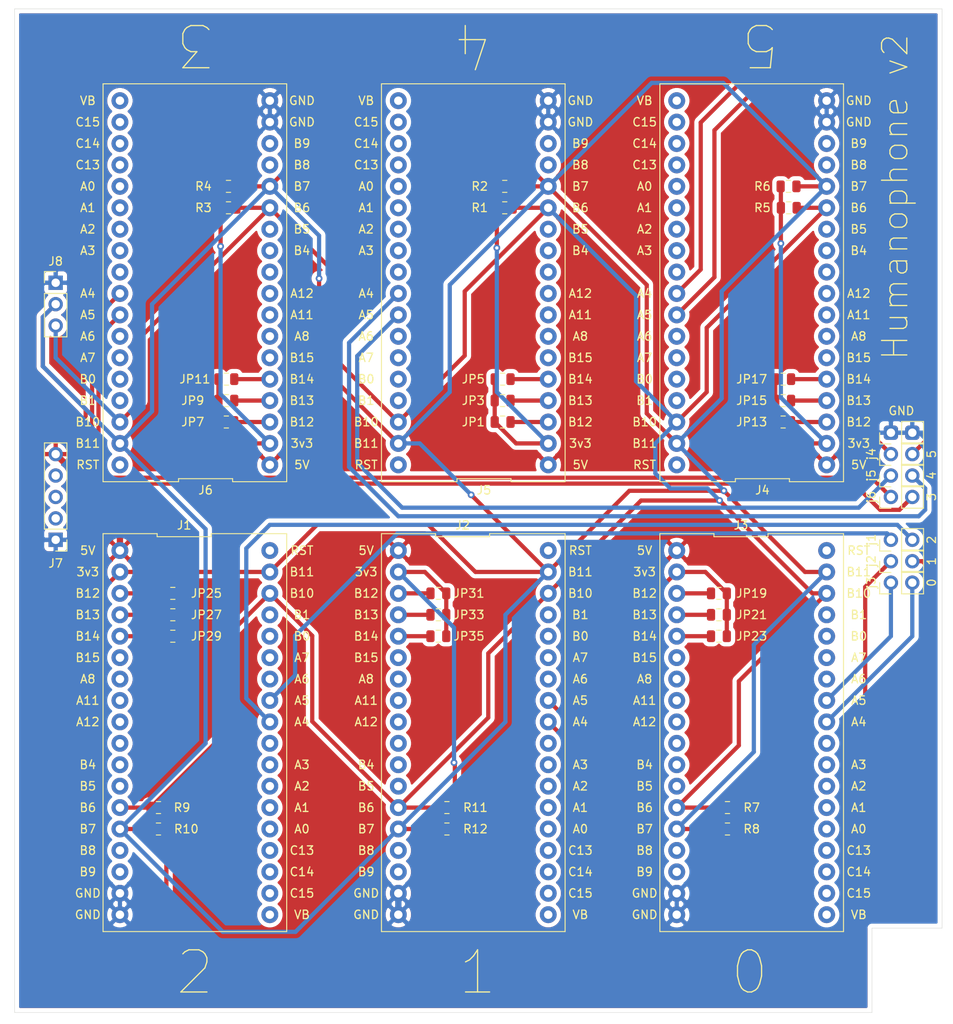
<source format=kicad_pcb>
(kicad_pcb (version 20171130) (host pcbnew 5.1.5)
  (layers (0 F.Cu signal) (31 B.Cu signal) (34 B.Paste user) (35 F.Paste user) (36 B.SilkS user) (37 F.SilkS user) (38 B.Mask user) (39 F.Mask user) (44 Edge.Cuts user))
  (net 0 "")
  (net 1 "Net-(J1-Pad16)")
  (net 2 "Net-(J1-Pad15)")
  (net 3 "Net-(J1-Pad12)")
  (net 4 "Net-(J1-Pad11)")
  (net 5 "Net-(J1-Pad10)")
  (net 6 "Net-(J1-Pad9)")
  (net 7 "Net-(J1-Pad8)")
  (net 8 "Net-(J1-Pad7)")
  (net 9 "Net-(J1-Pad6)")
  (net 10 "Net-(J1-Pad5)")
  (net 11 "Net-(J1-Pad4)")
  (net 12 "Net-(J1-Pad3)")
  (net 13 "Net-(J2-Pad16)")
  (net 14 "Net-(J2-Pad15)")
  (net 15 "Net-(J2-Pad12)")
  (net 16 "Net-(J2-Pad11)")
  (net 17 "Net-(J2-Pad10)")
  (net 18 "Net-(J2-Pad9)")
  (net 19 "Net-(J2-Pad8)")
  (net 20 "Net-(J2-Pad7)")
  (net 21 "Net-(J2-Pad6)")
  (net 22 "Net-(J2-Pad5)")
  (net 23 "Net-(J2-Pad4)")
  (net 24 "Net-(J2-Pad3)")
  (net 25 "Net-(J3-Pad16)")
  (net 26 "Net-(J3-Pad15)")
  (net 27 "Net-(J3-Pad12)")
  (net 28 "Net-(J3-Pad11)")
  (net 29 "Net-(J3-Pad10)")
  (net 30 "Net-(J3-Pad9)")
  (net 31 "Net-(J3-Pad8)")
  (net 32 "Net-(J3-Pad7)")
  (net 33 "Net-(J3-Pad6)")
  (net 34 "Net-(J3-Pad5)")
  (net 35 "Net-(J3-Pad4)")
  (net 36 "Net-(J3-Pad3)")
  (net 37 "Net-(J4-Pad16)")
  (net 38 "Net-(J4-Pad15)")
  (net 39 "Net-(J4-Pad12)")
  (net 40 "Net-(J4-Pad11)")
  (net 41 "Net-(J4-Pad10)")
  (net 42 "Net-(J4-Pad9)")
  (net 43 "Net-(J4-Pad8)")
  (net 44 "Net-(J4-Pad7)")
  (net 45 "Net-(J4-Pad6)")
  (net 46 "Net-(J4-Pad5)")
  (net 47 "Net-(J4-Pad4)")
  (net 48 "Net-(J4-Pad3)")
  (net 49 "Net-(J5-Pad16)")
  (net 50 "Net-(J5-Pad15)")
  (net 51 "Net-(J5-Pad12)")
  (net 52 "Net-(J5-Pad11)")
  (net 53 "Net-(J5-Pad10)")
  (net 54 "Net-(J5-Pad9)")
  (net 55 "Net-(J5-Pad8)")
  (net 56 "Net-(J5-Pad7)")
  (net 57 "Net-(J5-Pad6)")
  (net 58 "Net-(J5-Pad5)")
  (net 59 "Net-(J5-Pad4)")
  (net 60 "Net-(J5-Pad3)")
  (net 61 "Net-(J6-Pad16)")
  (net 62 "Net-(J6-Pad15)")
  (net 63 "Net-(J6-Pad12)")
  (net 64 "Net-(J6-Pad11)")
  (net 65 "Net-(J6-Pad10)")
  (net 66 "Net-(J6-Pad9)")
  (net 67 "Net-(J6-Pad8)")
  (net 68 "Net-(J6-Pad7)")
  (net 69 "Net-(J6-Pad6)")
  (net 70 "Net-(J6-Pad5)")
  (net 71 "Net-(J6-Pad4)")
  (net 72 "Net-(J6-Pad3)")
  (net 73 "Net-(J7-Pad4)")
  (net 74 "Net-(J7-Pad3)")
  (net 75 "Net-(J7-Pad2)")
  (net 76 GND)
  (net 77 SDA0)
  (net 78 SCL0)
  (net 79 "Net-(J1-Pad36)")
  (net 80 "Net-(J1-Pad33)")
  (net 81 "Net-(J1-Pad32)")
  (net 82 "Net-(J1-Pad27)")
  (net 83 "Net-(J1-Pad26)")
  (net 84 "Net-(J1-Pad25)")
  (net 85 "Net-(J1-Pad24)")
  (net 86 "Net-(J1-Pad23)")
  (net 87 "Net-(J1-Pad22)")
  (net 88 "Net-(J1-Pad21)")
  (net 89 "Net-(J1-Pad20)")
  (net 90 "Net-(J1-Pad19)")
  (net 91 "Net-(J2-Pad36)")
  (net 92 "Net-(J2-Pad33)")
  (net 93 "Net-(J2-Pad32)")
  (net 94 "Net-(J2-Pad27)")
  (net 95 "Net-(J2-Pad26)")
  (net 96 "Net-(J2-Pad25)")
  (net 97 "Net-(J2-Pad24)")
  (net 98 "Net-(J2-Pad23)")
  (net 99 "Net-(J2-Pad22)")
  (net 100 "Net-(J2-Pad21)")
  (net 101 "Net-(J2-Pad20)")
  (net 102 "Net-(J2-Pad19)")
  (net 103 "Net-(J3-Pad36)")
  (net 104 "Net-(J3-Pad33)")
  (net 105 "Net-(J3-Pad32)")
  (net 106 "Net-(J3-Pad27)")
  (net 107 "Net-(J3-Pad26)")
  (net 108 "Net-(J3-Pad25)")
  (net 109 "Net-(J3-Pad24)")
  (net 110 "Net-(J3-Pad23)")
  (net 111 "Net-(J3-Pad22)")
  (net 112 "Net-(J3-Pad21)")
  (net 113 "Net-(J3-Pad20)")
  (net 114 "Net-(J3-Pad19)")
  (net 115 "Net-(J4-Pad36)")
  (net 116 "Net-(J4-Pad33)")
  (net 117 "Net-(J4-Pad32)")
  (net 118 "Net-(J4-Pad27)")
  (net 119 "Net-(J4-Pad26)")
  (net 120 "Net-(J4-Pad25)")
  (net 121 "Net-(J4-Pad24)")
  (net 122 "Net-(J4-Pad23)")
  (net 123 "Net-(J4-Pad22)")
  (net 124 "Net-(J4-Pad21)")
  (net 125 "Net-(J4-Pad20)")
  (net 126 "Net-(J4-Pad19)")
  (net 127 "Net-(J5-Pad36)")
  (net 128 "Net-(J5-Pad33)")
  (net 129 "Net-(J5-Pad32)")
  (net 130 "Net-(J5-Pad27)")
  (net 131 "Net-(J5-Pad26)")
  (net 132 "Net-(J5-Pad25)")
  (net 133 "Net-(J5-Pad24)")
  (net 134 "Net-(J5-Pad23)")
  (net 135 "Net-(J5-Pad22)")
  (net 136 "Net-(J5-Pad21)")
  (net 137 "Net-(J5-Pad20)")
  (net 138 "Net-(J5-Pad19)")
  (net 139 "Net-(J6-Pad36)")
  (net 140 "Net-(J6-Pad33)")
  (net 141 "Net-(J6-Pad32)")
  (net 142 "Net-(J6-Pad27)")
  (net 143 "Net-(J6-Pad26)")
  (net 144 "Net-(J6-Pad25)")
  (net 145 "Net-(J6-Pad24)")
  (net 146 "Net-(J6-Pad23)")
  (net 147 "Net-(J6-Pad22)")
  (net 148 "Net-(J6-Pad21)")
  (net 149 "Net-(J6-Pad20)")
  (net 150 "Net-(J6-Pad19)")
  (net 151 /Sheet5E64FF21/DAC1)
  (net 152 /Sheet5E64FF21/DAC0)
  (net 153 /sheet5E64FF89/DAC1)
  (net 154 /sheet5E64FF89/DAC0)
  (net 155 /sheet5E64FFD2/DAC1)
  (net 156 /sheet5E64FFD2/DAC0)
  (net 157 /sheet5E64FFD4/DAC1)
  (net 158 /sheet5E64FFD4/DAC0)
  (net 159 /sheet5E650030/DAC1)
  (net 160 /sheet5E650030/DAC0)
  (net 161 /sheet5E650032/DAC1)
  (net 162 /sheet5E650032/DAC0)
  (net 163 /Sheet5E64FF21/ADC7)
  (net 164 /Sheet5E64FF21/ADC6)
  (net 165 /sheet5E64FF89/ADC7)
  (net 166 /sheet5E64FF89/ADC6)
  (net 167 /sheet5E64FFD2/ADC7)
  (net 168 /sheet5E64FFD2/ADC6)
  (net 169 /sheet5E64FFD4/ADC7)
  (net 170 /sheet5E64FFD4/ADC6)
  (net 171 /sheet5E650030/ADC7)
  (net 172 /sheet5E650030/ADC6)
  (net 173 /sheet5E650032/ADC7)
  (net 174 /sheet5E650032/ADC6)
  (net 175 "Net-(J1-Pad2)")
  (net 176 "Net-(J2-Pad2)")
  (net 177 "Net-(J3-Pad2)")
  (net 178 "Net-(J4-Pad2)")
  (net 179 "Net-(J5-Pad2)")
  (net 180 "Net-(J6-Pad2)")
  (net 181 5V)
  (module Resistor_SMD:R_0805_2012Metric (layer F.Cu) (at 89.5835 158.75 180)
    (fp_text reference R12 (at -3.3805 0) (layer F.SilkS))
    (fp_text value R)
    (pad 2 smd roundrect (at 0.9375 0 180) (size 0.975 1.4) (layers F.Cu F.Paste F.Mask) (net 77 SDA0))
    (pad 1 smd roundrect (at -0.9375 0 180) (size 0.975 1.4) (layers F.Cu F.Paste F.Mask) (net 176 "Net-(J2-Pad2)"))
  )
  (module Resistor_SMD:R_0805_2012Metric (layer F.Cu) (at 89.5835 156.21 180)
    (fp_text reference R11 (at -3.3805 0) (layer F.SilkS))
    (fp_text value R)
    (pad 2 smd roundrect (at 0.9375 0 180) (size 0.975 1.4) (layers F.Cu F.Paste F.Mask) (net 78 SCL0))
    (pad 1 smd roundrect (at -0.9375 0 180) (size 0.975 1.4) (layers F.Cu F.Paste F.Mask) (net 176 "Net-(J2-Pad2)"))
  )
  (module Resistor_SMD:R_0805_2012Metric (layer F.Cu) (at 55.372 158.75 180)
    (fp_text reference R10 (at -3.302 0) (layer F.SilkS))
    (fp_text value R)
    (pad 2 smd roundrect (at 0.9375 0 180) (size 0.975 1.4) (layers F.Cu F.Paste F.Mask) (net 77 SDA0))
    (pad 1 smd roundrect (at -0.9375 0 180) (size 0.975 1.4) (layers F.Cu F.Paste F.Mask) (net 175 "Net-(J1-Pad2)"))
  )
  (module Resistor_SMD:R_0805_2012Metric (layer F.Cu) (at 55.372 156.21 180)
    (fp_text reference R9 (at -2.794 0) (layer F.SilkS))
    (fp_text value R)
    (pad 1 smd roundrect (at -0.9375 0 180) (size 0.975 1.4) (layers F.Cu F.Paste F.Mask) (net 175 "Net-(J1-Pad2)"))
    (pad 2 smd roundrect (at 0.9375 0 180) (size 0.975 1.4) (layers F.Cu F.Paste F.Mask) (net 78 SCL0))
  )
  (module Resistor_SMD:R_0805_2012Metric (layer F.Cu) (at 122.8575 158.75 180)
    (fp_text reference R8 (at -2.8725 0) (layer F.SilkS))
    (fp_text value R)
    (pad 2 smd roundrect (at 0.9375 0 180) (size 0.975 1.4) (layers F.Cu F.Paste F.Mask) (net 77 SDA0))
    (pad 1 smd roundrect (at -0.9375 0 180) (size 0.975 1.4) (layers F.Cu F.Paste F.Mask) (net 177 "Net-(J3-Pad2)"))
  )
  (module Resistor_SMD:R_0805_2012Metric (layer F.Cu) (at 122.8575 156.21 180)
    (fp_text reference R7 (at -2.8725 0) (layer F.SilkS))
    (fp_text value R)
    (pad 2 smd roundrect (at 0.9375 0 180) (size 0.975 1.4) (layers F.Cu F.Paste F.Mask) (net 78 SCL0))
    (pad 1 smd roundrect (at -0.9375 0 180) (size 0.975 1.4) (layers F.Cu F.Paste F.Mask) (net 177 "Net-(J3-Pad2)"))
  )
  (module Resistor_SMD:R_0805_2012Metric (layer F.Cu) (at 130.0988 82.55)
    (fp_text reference R6 (at -3.0988 0) (layer F.SilkS))
    (fp_text value R)
    (pad 2 smd roundrect (at 0.9375 0) (size 0.975 1.4) (layers F.Cu F.Paste F.Mask) (net 77 SDA0))
    (pad 1 smd roundrect (at -0.9375 0) (size 0.975 1.4) (layers F.Cu F.Paste F.Mask) (net 178 "Net-(J4-Pad2)"))
  )
  (module Resistor_SMD:R_0805_2012Metric (layer F.Cu) (at 130.1265 85.09)
    (fp_text reference R5 (at -3.1265 0) (layer F.SilkS))
    (fp_text value R)
    (pad 2 smd roundrect (at 0.9375 0) (size 0.975 1.4) (layers F.Cu F.Paste F.Mask) (net 78 SCL0))
    (pad 1 smd roundrect (at -0.9375 0) (size 0.975 1.4) (layers F.Cu F.Paste F.Mask) (net 178 "Net-(J4-Pad2)"))
  )
  (module Resistor_SMD:R_0805_2012Metric (layer F.Cu) (at 63.6755 82.55)
    (fp_text reference R4 (at -2.9695 0) (layer F.SilkS))
    (fp_text value R)
    (pad 2 smd roundrect (at 0.9375 0) (size 0.975 1.4) (layers F.Cu F.Paste F.Mask) (net 77 SDA0))
    (pad 1 smd roundrect (at -0.9375 0) (size 0.975 1.4) (layers F.Cu F.Paste F.Mask) (net 180 "Net-(J6-Pad2)"))
  )
  (module Resistor_SMD:R_0805_2012Metric (layer F.Cu) (at 63.6755 85.09)
    (fp_text reference R3 (at -2.9695 0) (layer F.SilkS))
    (fp_text value R)
    (pad 2 smd roundrect (at 0.9375 0) (size 0.975 1.4) (layers F.Cu F.Paste F.Mask) (net 78 SCL0))
    (pad 1 smd roundrect (at -0.9375 0) (size 0.975 1.4) (layers F.Cu F.Paste F.Mask) (net 180 "Net-(J6-Pad2)"))
  )
  (module Resistor_SMD:R_0805_2012Metric (layer F.Cu) (at 96.4415 82.55)
    (fp_text reference R2 (at -2.9695 0) (layer F.SilkS))
    (fp_text value R)
    (pad 2 smd roundrect (at 0.9375 0) (size 0.975 1.4) (layers F.Cu F.Paste F.Mask) (net 77 SDA0))
    (pad 1 smd roundrect (at -0.9375 0) (size 0.975 1.4) (layers F.Cu F.Paste F.Mask) (net 179 "Net-(J5-Pad2)"))
  )
  (module Resistor_SMD:R_0805_2012Metric (layer F.Cu) (at 96.4415 85.09)
    (fp_text reference R1 (at -2.9695 0) (layer F.SilkS))
    (fp_text value R)
    (pad 2 smd roundrect (at 0.9375 0) (size 0.975 1.4) (layers F.Cu F.Paste F.Mask) (net 78 SCL0))
    (pad 1 smd roundrect (at -0.9375 0) (size 0.975 1.4) (layers F.Cu F.Paste F.Mask) (net 179 "Net-(J5-Pad2)"))
  )
  (module Resistor_SMD:R_0805_2012Metric (layer F.Cu) (at 88.5675 135.89 180)
    (fp_text reference JP35 (at -3.6345 0) (layer F.SilkS))
    (fp_text value Jumper)
    (pad 1 smd roundrect (at -0.9375 0 180) (size 0.975 1.4) (layers F.Cu F.Paste F.Mask) (net 176 "Net-(J2-Pad2)"))
    (pad 2 smd roundrect (at 0.9375 0 180) (size 0.975 1.4) (layers F.Cu F.Paste F.Mask) (net 22 "Net-(J2-Pad5)"))
  )
  (module Resistor_SMD:R_0805_2012Metric (layer F.Cu) (at 88.5675 133.35 180)
    (fp_text reference JP33 (at -3.6345 0) (layer F.SilkS))
    (fp_text value Jumper)
    (pad 2 smd roundrect (at 0.9375 0 180) (size 0.975 1.4) (layers F.Cu F.Paste F.Mask) (net 23 "Net-(J2-Pad4)"))
    (pad 1 smd roundrect (at -0.9375 0 180) (size 0.975 1.4) (layers F.Cu F.Paste F.Mask) (net 176 "Net-(J2-Pad2)"))
  )
  (module Resistor_SMD:R_0805_2012Metric (layer F.Cu) (at 88.5675 130.81 180)
    (fp_text reference JP31 (at -3.6345 0) (layer F.SilkS))
    (fp_text value Jumper)
    (pad 2 smd roundrect (at 0.9375 0 180) (size 0.975 1.4) (layers F.Cu F.Paste F.Mask) (net 24 "Net-(J2-Pad3)"))
    (pad 1 smd roundrect (at -0.9375 0 180) (size 0.975 1.4) (layers F.Cu F.Paste F.Mask) (net 176 "Net-(J2-Pad2)"))
  )
  (module Resistor_SMD:R_0805_2012Metric (layer F.Cu) (at 57.0715 135.89 180)
    (fp_text reference JP29 (at -3.9855 0) (layer F.SilkS))
    (fp_text value Jumper)
    (pad 2 smd roundrect (at 0.9375 0 180) (size 0.975 1.4) (layers F.Cu F.Paste F.Mask) (net 10 "Net-(J1-Pad5)"))
    (pad 1 smd roundrect (at -0.9375 0 180) (size 0.975 1.4) (layers F.Cu F.Paste F.Mask) (net 175 "Net-(J1-Pad2)"))
  )
  (module Resistor_SMD:R_0805_2012Metric (layer F.Cu) (at 57.0715 133.35 180)
    (fp_text reference JP27 (at -3.9855 0) (layer F.SilkS))
    (fp_text value Jumper)
    (pad 2 smd roundrect (at 0.9375 0 180) (size 0.975 1.4) (layers F.Cu F.Paste F.Mask) (net 11 "Net-(J1-Pad4)"))
    (pad 1 smd roundrect (at -0.9375 0 180) (size 0.975 1.4) (layers F.Cu F.Paste F.Mask) (net 175 "Net-(J1-Pad2)"))
  )
  (module Resistor_SMD:R_0805_2012Metric (layer F.Cu) (at 57.0715 130.81 180)
    (fp_text reference JP25 (at -3.9855 0) (layer F.SilkS))
    (fp_text value Jumper)
    (pad 2 smd roundrect (at 0.9375 0 180) (size 0.975 1.4) (layers F.Cu F.Paste F.Mask) (net 12 "Net-(J1-Pad3)"))
    (pad 1 smd roundrect (at -0.9375 0 180) (size 0.975 1.4) (layers F.Cu F.Paste F.Mask) (net 175 "Net-(J1-Pad2)"))
  )
  (module Resistor_SMD:R_0805_2012Metric (layer F.Cu) (at 121.8415 135.89 180)
    (fp_text reference JP23 (at -3.8885 0) (layer F.SilkS))
    (fp_text value Jumper)
    (pad 2 smd roundrect (at 0.9375 0 180) (size 0.975 1.4) (layers F.Cu F.Paste F.Mask) (net 34 "Net-(J3-Pad5)"))
    (pad 1 smd roundrect (at -0.9375 0 180) (size 0.975 1.4) (layers F.Cu F.Paste F.Mask) (net 177 "Net-(J3-Pad2)"))
  )
  (module Resistor_SMD:R_0805_2012Metric (layer F.Cu) (at 121.8415 133.35 180)
    (fp_text reference JP21 (at -3.8885 0) (layer F.SilkS))
    (fp_text value Jumper)
    (pad 2 smd roundrect (at 0.9375 0 180) (size 0.975 1.4) (layers F.Cu F.Paste F.Mask) (net 35 "Net-(J3-Pad4)"))
    (pad 1 smd roundrect (at -0.9375 0 180) (size 0.975 1.4) (layers F.Cu F.Paste F.Mask) (net 177 "Net-(J3-Pad2)"))
  )
  (module Resistor_SMD:R_0805_2012Metric (layer F.Cu) (at 121.8415 130.81 180)
    (fp_text reference JP19 (at -3.8885 0) (layer F.SilkS))
    (fp_text value Jumper)
    (pad 2 smd roundrect (at 0.9375 0 180) (size 0.975 1.4) (layers F.Cu F.Paste F.Mask) (net 36 "Net-(J3-Pad3)"))
    (pad 1 smd roundrect (at -0.9375 0 180) (size 0.975 1.4) (layers F.Cu F.Paste F.Mask) (net 177 "Net-(J3-Pad2)"))
  )
  (module Resistor_SMD:R_0805_2012Metric (layer F.Cu) (at 129.4615 105.41)
    (fp_text reference JP17 (at -3.7315 0) (layer F.SilkS))
    (fp_text value Jumper)
    (pad 2 smd roundrect (at 0.9375 0) (size 0.975 1.4) (layers F.Cu F.Paste F.Mask) (net 46 "Net-(J4-Pad5)"))
    (pad 1 smd roundrect (at -0.9375 0) (size 0.975 1.4) (layers F.Cu F.Paste F.Mask) (net 178 "Net-(J4-Pad2)"))
  )
  (module Resistor_SMD:R_0805_2012Metric (layer F.Cu) (at 129.4615 107.95)
    (fp_text reference JP15 (at -3.7315 0) (layer F.SilkS))
    (fp_text value Jumper)
    (pad 2 smd roundrect (at 0.9375 0) (size 0.975 1.4) (layers F.Cu F.Paste F.Mask) (net 47 "Net-(J4-Pad4)"))
    (pad 1 smd roundrect (at -0.9375 0) (size 0.975 1.4) (layers F.Cu F.Paste F.Mask) (net 178 "Net-(J4-Pad2)"))
  )
  (module Resistor_SMD:R_0805_2012Metric (layer F.Cu) (at 129.4615 110.49)
    (fp_text reference JP13 (at -3.7315 0) (layer F.SilkS))
    (fp_text value Jumper)
    (pad 2 smd roundrect (at 0.9375 0) (size 0.975 1.4) (layers F.Cu F.Paste F.Mask) (net 48 "Net-(J4-Pad3)"))
    (pad 1 smd roundrect (at -0.9375 0) (size 0.975 1.4) (layers F.Cu F.Paste F.Mask) (net 178 "Net-(J4-Pad2)"))
  )
  (module Resistor_SMD:R_0805_2012Metric (layer F.Cu) (at 63.4215 105.41)
    (fp_text reference JP11 (at -3.7315 0) (layer F.SilkS))
    (fp_text value Jumper)
    (pad 2 smd roundrect (at 0.9375 0) (size 0.975 1.4) (layers F.Cu F.Paste F.Mask) (net 70 "Net-(J6-Pad5)"))
    (pad 1 smd roundrect (at -0.9375 0) (size 0.975 1.4) (layers F.Cu F.Paste F.Mask) (net 180 "Net-(J6-Pad2)"))
  )
  (module Resistor_SMD:R_0805_2012Metric (layer F.Cu) (at 63.4215 107.95)
    (fp_text reference JP9 (at -3.9855 0) (layer F.SilkS))
    (fp_text value Jumper)
    (pad 2 smd roundrect (at 0.9375 0) (size 0.975 1.4) (layers F.Cu F.Paste F.Mask) (net 71 "Net-(J6-Pad4)"))
    (pad 1 smd roundrect (at -0.9375 0) (size 0.975 1.4) (layers F.Cu F.Paste F.Mask) (net 180 "Net-(J6-Pad2)"))
  )
  (module Resistor_SMD:R_0805_2012Metric (layer F.Cu) (at 63.4215 110.49)
    (fp_text reference JP7 (at -3.9855 0) (layer F.SilkS))
    (fp_text value Jumper)
    (pad 2 smd roundrect (at 0.9375 0) (size 0.975 1.4) (layers F.Cu F.Paste F.Mask) (net 72 "Net-(J6-Pad3)"))
    (pad 1 smd roundrect (at -0.9375 0) (size 0.975 1.4) (layers F.Cu F.Paste F.Mask) (net 180 "Net-(J6-Pad2)"))
  )
  (module Resistor_SMD:R_0805_2012Metric (layer F.Cu) (at 96.1875 105.41)
    (fp_text reference JP5 (at -3.4775 0) (layer F.SilkS))
    (fp_text value Jumper)
    (pad 2 smd roundrect (at 0.9375 0) (size 0.975 1.4) (layers F.Cu F.Paste F.Mask) (net 58 "Net-(J5-Pad5)"))
    (pad 1 smd roundrect (at -0.9375 0) (size 0.975 1.4) (layers F.Cu F.Paste F.Mask) (net 179 "Net-(J5-Pad2)"))
  )
  (module Resistor_SMD:R_0805_2012Metric (layer F.Cu) (at 96.1875 107.95)
    (fp_text reference JP3 (at -3.4775 0) (layer F.SilkS))
    (fp_text value Jumper)
    (pad 2 smd roundrect (at 0.9375 0) (size 0.975 1.4) (layers F.Cu F.Paste F.Mask) (net 59 "Net-(J5-Pad4)"))
    (pad 1 smd roundrect (at -0.9375 0) (size 0.975 1.4) (layers F.Cu F.Paste F.Mask) (net 179 "Net-(J5-Pad2)"))
  )
  (module Resistor_SMD:R_0805_2012Metric (layer F.Cu) (at 96.1875 110.49)
    (fp_text reference JP1 (at -3.4775 0) (layer F.SilkS))
    (fp_text value Jumper)
    (pad 2 smd roundrect (at 0.9375 0) (size 0.975 1.4) (layers F.Cu F.Paste F.Mask) (net 60 "Net-(J5-Pad3)"))
    (pad 1 smd roundrect (at -0.9375 0) (size 0.975 1.4) (layers F.Cu F.Paste F.Mask) (net 179 "Net-(J5-Pad2)"))
  )
  (module Connector_PinHeader_2.54mm:PinHeader_1x02_P2.54mm_Vertical (layer F.Cu) (at 142.24 111.76 90)
    (fp_text reference GND (at 2.5908 1.2446 180) (layer F.SilkS))
    (fp_text value Conn_01x02)
    (pad 2 thru_hole roundrect (at 0 2.54 90) (size 1.7 1.7) (drill 1) (layers *.Cu *.Mask) (net 76 GND))
    (pad 1 thru_hole roundrect (at 0 0 90) (size 1.7 1.7) (drill 1) (layers *.Cu *.Mask) (net 76 GND))
  )
  (module Connector_PinHeader_2.54mm:PinHeader_1x03_P2.54mm_Vertical (layer F.Cu) (at 43.18 93.98)
    (fp_text reference J8 (at 0 -2.54) (layer F.SilkS))
    (fp_text value Conn_01x03)
    (pad 3 thru_hole oval (at 0 5.08) (size 1.7 1.7) (drill 1) (layers *.Cu *.Mask) (net 78 SCL0))
    (pad 2 thru_hole oval (at 0 2.54) (size 1.7 1.7) (drill 1) (layers *.Cu *.Mask) (net 77 SDA0))
    (pad 1 thru_hole rect (at 0 0) (size 1.7 1.7) (drill 1) (layers *.Cu *.Mask) (net 76 GND))
  )
  (module Connector_PinHeader_2.54mm:PinHeader_1x05_P2.54mm_Vertical (layer F.Cu) (at 43.18 124.46 180)
    (fp_text reference J7 (at 0 -2.794) (layer F.SilkS))
    (fp_text value Conn_01x05)
    (pad 1 thru_hole rect (at 0 0 180) (size 1.7 1.7) (drill 1) (layers *.Cu *.Mask) (net 76 GND))
    (pad 2 thru_hole oval (at 0 2.54 180) (size 1.7 1.7) (drill 1) (layers *.Cu *.Mask) (net 75 "Net-(J7-Pad2)"))
    (pad 3 thru_hole oval (at 0 5.08 180) (size 1.7 1.7) (drill 1) (layers *.Cu *.Mask) (net 74 "Net-(J7-Pad3)"))
    (pad 4 thru_hole oval (at 0 7.62 180) (size 1.7 1.7) (drill 1) (layers *.Cu *.Mask) (net 73 "Net-(J7-Pad4)"))
    (pad 5 thru_hole oval (at 0 10.16 180) (size 1.7 1.7) (drill 1) (layers *.Cu *.Mask) (net 181 5V))
  )
  (module Connector_PinHeader_2.54mm:PinHeader_1x02_P2.54mm_Vertical (layer F.Cu) (at 142.24 119.38 90)
    (fp_text reference j6 (at 0 -2.33 90) (layer F.SilkS))
    (fp_text value Conn_01x02)
    (pad 2 thru_hole oval (at 0 2.54 90) (size 1.7 1.7) (drill 1) (layers *.Cu *.Mask) (net 162 /sheet5E650032/DAC0))
    (pad 1 thru_hole oval (at 0 0 90) (size 1.7 1.7) (drill 1) (layers *.Cu *.Mask) (net 161 /sheet5E650032/DAC1))
  )
  (module humanophone:LONGAN_NANO (layer F.Cu) (at 60.96 93.98 90)
    (fp_text reference J6 (at -24.59 0) (layer F.SilkS))
    (fp_text value longan-nano)
    (fp_text user GND (at 21.59 11.43) (layer F.SilkS))
    (fp_text user GND (at 19.05 11.43) (layer F.SilkS))
    (fp_text user B9 (at 16.51 11.43) (layer F.SilkS))
    (fp_text user B8 (at 13.97 11.43) (layer F.SilkS))
    (fp_text user B7 (at 11.43 11.43) (layer F.SilkS))
    (fp_text user B6 (at 8.89 11.43) (layer F.SilkS))
    (fp_text user B5 (at 6.35 11.43) (layer F.SilkS))
    (fp_text user B4 (at 3.81 11.43) (layer F.SilkS))
    (fp_text user A12 (at -1.27 11.43) (layer F.SilkS))
    (fp_text user A11 (at -3.81 11.43) (layer F.SilkS))
    (fp_text user A8 (at -6.35 11.43) (layer F.SilkS))
    (fp_text user B15 (at -8.89 11.43) (layer F.SilkS))
    (fp_text user B14 (at -11.43 11.43) (layer F.SilkS))
    (fp_text user B13 (at -13.97 11.43) (layer F.SilkS))
    (fp_text user B12 (at -16.51 11.43) (layer F.SilkS))
    (fp_text user 3v3 (at -19.05 11.43) (layer F.SilkS))
    (fp_text user 5V (at -21.59 11.43) (layer F.SilkS))
    (fp_text user VB (at 21.59 -13.97) (layer F.SilkS))
    (fp_text user C15 (at 19.05 -13.97) (layer F.SilkS))
    (fp_text user C14 (at 16.51 -13.97) (layer F.SilkS))
    (fp_text user C13 (at 13.97 -13.97) (layer F.SilkS))
    (fp_text user A0 (at 11.43 -13.97) (layer F.SilkS))
    (fp_text user A1 (at 8.89 -13.97) (layer F.SilkS))
    (fp_text user A2 (at 6.35 -13.97) (layer F.SilkS))
    (fp_text user A3 (at 3.81 -13.97) (layer F.SilkS))
    (fp_text user A4 (at -1.27 -13.97) (layer F.SilkS))
    (fp_text user A5 (at -3.81 -13.97) (layer F.SilkS))
    (fp_text user A6 (at -6.35 -13.97) (layer F.SilkS))
    (fp_text user A7 (at -8.89 -13.97) (layer F.SilkS))
    (fp_text user B0 (at -11.43 -13.97) (layer F.SilkS))
    (fp_text user B1 (at -13.97 -13.97 180) (layer F.SilkS))
    (fp_text user B10 (at -16.51 -13.97) (layer F.SilkS))
    (fp_text user B11 (at -19.05 -13.97) (layer F.SilkS))
    (fp_text user RST (at -21.59 -13.97) (layer F.SilkS))
    (pad 36 thru_hole circle (at -21.59 -10.16 90) (size 2 2) (drill 1) (layers *.Cu *.Mask) (net 139 "Net-(J6-Pad36)"))
    (pad 1 thru_hole circle (at -21.59 7.62 90) (size 2 2) (drill 1) (layers *.Cu *.Mask) (net 181 5V))
    (pad 35 thru_hole circle (at -19.05 -10.16 90) (size 2 2) (drill 1) (layers *.Cu *.Mask) (net 77 SDA0))
    (pad 2 thru_hole circle (at -19.05 7.62 90) (size 2 2) (drill 1) (layers *.Cu *.Mask) (net 180 "Net-(J6-Pad2)"))
    (pad 34 thru_hole circle (at -16.51 -10.16 90) (size 2 2) (drill 1) (layers *.Cu *.Mask) (net 78 SCL0))
    (pad 3 thru_hole circle (at -16.51 7.62 90) (size 2 2) (drill 1) (layers *.Cu *.Mask) (net 72 "Net-(J6-Pad3)"))
    (pad 33 thru_hole circle (at -13.97 -10.16 90) (size 2 2) (drill 1) (layers *.Cu *.Mask) (net 140 "Net-(J6-Pad33)"))
    (pad 4 thru_hole circle (at -13.97 7.62 90) (size 2 2) (drill 1) (layers *.Cu *.Mask) (net 71 "Net-(J6-Pad4)"))
    (pad 32 thru_hole circle (at -11.43 -10.16 90) (size 2 2) (drill 1) (layers *.Cu *.Mask) (net 141 "Net-(J6-Pad32)"))
    (pad 5 thru_hole circle (at -11.43 7.62 90) (size 2 2) (drill 1) (layers *.Cu *.Mask) (net 70 "Net-(J6-Pad5)"))
    (pad 31 thru_hole circle (at -8.89 -10.16 90) (size 2 2) (drill 1) (layers *.Cu *.Mask) (net 173 /sheet5E650032/ADC7))
    (pad 6 thru_hole circle (at -8.89 7.62 90) (size 2 2) (drill 1) (layers *.Cu *.Mask) (net 69 "Net-(J6-Pad6)"))
    (pad 30 thru_hole circle (at -6.35 -10.16 90) (size 2 2) (drill 1) (layers *.Cu *.Mask) (net 174 /sheet5E650032/ADC6))
    (pad 7 thru_hole circle (at -6.35 7.62 90) (size 2 2) (drill 1) (layers *.Cu *.Mask) (net 68 "Net-(J6-Pad7)"))
    (pad 29 thru_hole circle (at -3.81 -10.16 90) (size 2 2) (drill 1) (layers *.Cu *.Mask) (net 161 /sheet5E650032/DAC1))
    (pad 8 thru_hole circle (at -3.81 7.62 90) (size 2 2) (drill 1) (layers *.Cu *.Mask) (net 67 "Net-(J6-Pad8)"))
    (pad 28 thru_hole circle (at -1.27 -10.16 90) (size 2 2) (drill 1) (layers *.Cu *.Mask) (net 162 /sheet5E650032/DAC0))
    (pad 9 thru_hole circle (at -1.27 7.62 90) (size 2 2) (drill 1) (layers *.Cu *.Mask) (net 66 "Net-(J6-Pad9)"))
    (pad 27 thru_hole circle (at 1.27 -10.16 90) (size 2 2) (drill 1) (layers *.Cu *.Mask) (net 142 "Net-(J6-Pad27)"))
    (pad 10 thru_hole circle (at 1.27 7.62 90) (size 2 2) (drill 1) (layers *.Cu *.Mask) (net 65 "Net-(J6-Pad10)"))
    (pad 26 thru_hole circle (at 3.81 -10.16 90) (size 2 2) (drill 1) (layers *.Cu *.Mask) (net 143 "Net-(J6-Pad26)"))
    (pad 11 thru_hole circle (at 3.81 7.62 90) (size 2 2) (drill 1) (layers *.Cu *.Mask) (net 64 "Net-(J6-Pad11)"))
    (pad 25 thru_hole circle (at 6.35 -10.16 90) (size 2 2) (drill 1) (layers *.Cu *.Mask) (net 144 "Net-(J6-Pad25)"))
    (pad 12 thru_hole circle (at 6.35 7.62 90) (size 2 2) (drill 1) (layers *.Cu *.Mask) (net 63 "Net-(J6-Pad12)"))
    (pad 24 thru_hole circle (at 8.89 -10.16 90) (size 2 2) (drill 1) (layers *.Cu *.Mask) (net 145 "Net-(J6-Pad24)"))
    (pad 13 thru_hole circle (at 8.89 7.62 90) (size 2 2) (drill 1) (layers *.Cu *.Mask) (net 78 SCL0))
    (pad 23 thru_hole circle (at 11.43 -10.16 90) (size 2 2) (drill 1) (layers *.Cu *.Mask) (net 146 "Net-(J6-Pad23)"))
    (pad 14 thru_hole circle (at 11.43 7.62 90) (size 2 2) (drill 1) (layers *.Cu *.Mask) (net 77 SDA0))
    (pad 22 thru_hole circle (at 13.97 -10.16 90) (size 2 2) (drill 1) (layers *.Cu *.Mask) (net 147 "Net-(J6-Pad22)"))
    (pad 15 thru_hole circle (at 13.97 7.62 90) (size 2 2) (drill 1) (layers *.Cu *.Mask) (net 62 "Net-(J6-Pad15)"))
    (pad 21 thru_hole circle (at 16.51 -10.16 90) (size 2 2) (drill 1) (layers *.Cu *.Mask) (net 148 "Net-(J6-Pad21)"))
    (pad 16 thru_hole circle (at 16.51 7.62 90) (size 2 2) (drill 1) (layers *.Cu *.Mask) (net 61 "Net-(J6-Pad16)"))
    (pad 20 thru_hole circle (at 19.05 -10.16 90) (size 2 2) (drill 1) (layers *.Cu *.Mask) (net 149 "Net-(J6-Pad20)"))
    (pad 17 thru_hole circle (at 19.05 7.62 90) (size 2 2) (drill 1) (layers *.Cu *.Mask) (net 76 GND))
    (pad 19 thru_hole circle (at 21.59 -10.16 90) (size 2 2) (drill 1) (layers *.Cu *.Mask) (net 150 "Net-(J6-Pad19)"))
    (pad 18 thru_hole circle (at 21.59 7.62 90) (size 2 2) (drill 1) (layers *.Cu *.Mask) (net 76 GND))
  )
  (module humanophone:LONGAN_NANO (layer F.Cu) (at 93.98 93.98 90)
    (fp_text reference J5 (at -24.59 0) (layer F.SilkS))
    (fp_text value longan-nano)
    (fp_text user GND (at 21.59 11.43) (layer F.SilkS))
    (fp_text user GND (at 19.05 11.43) (layer F.SilkS))
    (fp_text user B9 (at 16.51 11.43) (layer F.SilkS))
    (fp_text user B8 (at 13.97 11.43) (layer F.SilkS))
    (fp_text user B7 (at 11.43 11.43) (layer F.SilkS))
    (fp_text user B6 (at 8.89 11.43) (layer F.SilkS))
    (fp_text user B5 (at 6.35 11.43) (layer F.SilkS))
    (fp_text user B4 (at 3.81 11.43) (layer F.SilkS))
    (fp_text user A12 (at -1.27 11.43) (layer F.SilkS))
    (fp_text user A11 (at -3.81 11.43) (layer F.SilkS))
    (fp_text user A8 (at -6.35 11.43) (layer F.SilkS))
    (fp_text user B15 (at -8.89 11.43) (layer F.SilkS))
    (fp_text user B14 (at -11.43 11.43) (layer F.SilkS))
    (fp_text user B13 (at -13.97 11.43) (layer F.SilkS))
    (fp_text user B12 (at -16.51 11.43) (layer F.SilkS))
    (fp_text user 3v3 (at -19.05 11.43) (layer F.SilkS))
    (fp_text user 5V (at -21.59 11.43) (layer F.SilkS))
    (fp_text user VB (at 21.59 -13.97) (layer F.SilkS))
    (fp_text user C15 (at 19.05 -13.97) (layer F.SilkS))
    (fp_text user C14 (at 16.51 -13.97) (layer F.SilkS))
    (fp_text user C13 (at 13.97 -13.97) (layer F.SilkS))
    (fp_text user A0 (at 11.43 -13.97) (layer F.SilkS))
    (fp_text user A1 (at 8.89 -13.97) (layer F.SilkS))
    (fp_text user A2 (at 6.35 -13.97) (layer F.SilkS))
    (fp_text user A3 (at 3.81 -13.97) (layer F.SilkS))
    (fp_text user A4 (at -1.27 -13.97) (layer F.SilkS))
    (fp_text user A5 (at -3.81 -13.97) (layer F.SilkS))
    (fp_text user A6 (at -6.35 -13.97) (layer F.SilkS))
    (fp_text user A7 (at -8.89 -13.97) (layer F.SilkS))
    (fp_text user B0 (at -11.43 -13.97) (layer F.SilkS))
    (fp_text user B1 (at -13.97 -13.97 180) (layer F.SilkS))
    (fp_text user B10 (at -16.51 -13.97) (layer F.SilkS))
    (fp_text user B11 (at -19.05 -13.97) (layer F.SilkS))
    (fp_text user RST (at -21.59 -13.97) (layer F.SilkS))
    (pad 36 thru_hole circle (at -21.59 -10.16 90) (size 2 2) (drill 1) (layers *.Cu *.Mask) (net 127 "Net-(J5-Pad36)"))
    (pad 1 thru_hole circle (at -21.59 7.62 90) (size 2 2) (drill 1) (layers *.Cu *.Mask) (net 181 5V))
    (pad 35 thru_hole circle (at -19.05 -10.16 90) (size 2 2) (drill 1) (layers *.Cu *.Mask) (net 77 SDA0))
    (pad 2 thru_hole circle (at -19.05 7.62 90) (size 2 2) (drill 1) (layers *.Cu *.Mask) (net 179 "Net-(J5-Pad2)"))
    (pad 34 thru_hole circle (at -16.51 -10.16 90) (size 2 2) (drill 1) (layers *.Cu *.Mask) (net 78 SCL0))
    (pad 3 thru_hole circle (at -16.51 7.62 90) (size 2 2) (drill 1) (layers *.Cu *.Mask) (net 60 "Net-(J5-Pad3)"))
    (pad 33 thru_hole circle (at -13.97 -10.16 90) (size 2 2) (drill 1) (layers *.Cu *.Mask) (net 128 "Net-(J5-Pad33)"))
    (pad 4 thru_hole circle (at -13.97 7.62 90) (size 2 2) (drill 1) (layers *.Cu *.Mask) (net 59 "Net-(J5-Pad4)"))
    (pad 32 thru_hole circle (at -11.43 -10.16 90) (size 2 2) (drill 1) (layers *.Cu *.Mask) (net 129 "Net-(J5-Pad32)"))
    (pad 5 thru_hole circle (at -11.43 7.62 90) (size 2 2) (drill 1) (layers *.Cu *.Mask) (net 58 "Net-(J5-Pad5)"))
    (pad 31 thru_hole circle (at -8.89 -10.16 90) (size 2 2) (drill 1) (layers *.Cu *.Mask) (net 171 /sheet5E650030/ADC7))
    (pad 6 thru_hole circle (at -8.89 7.62 90) (size 2 2) (drill 1) (layers *.Cu *.Mask) (net 57 "Net-(J5-Pad6)"))
    (pad 30 thru_hole circle (at -6.35 -10.16 90) (size 2 2) (drill 1) (layers *.Cu *.Mask) (net 172 /sheet5E650030/ADC6))
    (pad 7 thru_hole circle (at -6.35 7.62 90) (size 2 2) (drill 1) (layers *.Cu *.Mask) (net 56 "Net-(J5-Pad7)"))
    (pad 29 thru_hole circle (at -3.81 -10.16 90) (size 2 2) (drill 1) (layers *.Cu *.Mask) (net 159 /sheet5E650030/DAC1))
    (pad 8 thru_hole circle (at -3.81 7.62 90) (size 2 2) (drill 1) (layers *.Cu *.Mask) (net 55 "Net-(J5-Pad8)"))
    (pad 28 thru_hole circle (at -1.27 -10.16 90) (size 2 2) (drill 1) (layers *.Cu *.Mask) (net 160 /sheet5E650030/DAC0))
    (pad 9 thru_hole circle (at -1.27 7.62 90) (size 2 2) (drill 1) (layers *.Cu *.Mask) (net 54 "Net-(J5-Pad9)"))
    (pad 27 thru_hole circle (at 1.27 -10.16 90) (size 2 2) (drill 1) (layers *.Cu *.Mask) (net 130 "Net-(J5-Pad27)"))
    (pad 10 thru_hole circle (at 1.27 7.62 90) (size 2 2) (drill 1) (layers *.Cu *.Mask) (net 53 "Net-(J5-Pad10)"))
    (pad 26 thru_hole circle (at 3.81 -10.16 90) (size 2 2) (drill 1) (layers *.Cu *.Mask) (net 131 "Net-(J5-Pad26)"))
    (pad 11 thru_hole circle (at 3.81 7.62 90) (size 2 2) (drill 1) (layers *.Cu *.Mask) (net 52 "Net-(J5-Pad11)"))
    (pad 25 thru_hole circle (at 6.35 -10.16 90) (size 2 2) (drill 1) (layers *.Cu *.Mask) (net 132 "Net-(J5-Pad25)"))
    (pad 12 thru_hole circle (at 6.35 7.62 90) (size 2 2) (drill 1) (layers *.Cu *.Mask) (net 51 "Net-(J5-Pad12)"))
    (pad 24 thru_hole circle (at 8.89 -10.16 90) (size 2 2) (drill 1) (layers *.Cu *.Mask) (net 133 "Net-(J5-Pad24)"))
    (pad 13 thru_hole circle (at 8.89 7.62 90) (size 2 2) (drill 1) (layers *.Cu *.Mask) (net 78 SCL0))
    (pad 23 thru_hole circle (at 11.43 -10.16 90) (size 2 2) (drill 1) (layers *.Cu *.Mask) (net 134 "Net-(J5-Pad23)"))
    (pad 14 thru_hole circle (at 11.43 7.62 90) (size 2 2) (drill 1) (layers *.Cu *.Mask) (net 77 SDA0))
    (pad 22 thru_hole circle (at 13.97 -10.16 90) (size 2 2) (drill 1) (layers *.Cu *.Mask) (net 135 "Net-(J5-Pad22)"))
    (pad 15 thru_hole circle (at 13.97 7.62 90) (size 2 2) (drill 1) (layers *.Cu *.Mask) (net 50 "Net-(J5-Pad15)"))
    (pad 21 thru_hole circle (at 16.51 -10.16 90) (size 2 2) (drill 1) (layers *.Cu *.Mask) (net 136 "Net-(J5-Pad21)"))
    (pad 16 thru_hole circle (at 16.51 7.62 90) (size 2 2) (drill 1) (layers *.Cu *.Mask) (net 49 "Net-(J5-Pad16)"))
    (pad 20 thru_hole circle (at 19.05 -10.16 90) (size 2 2) (drill 1) (layers *.Cu *.Mask) (net 137 "Net-(J5-Pad20)"))
    (pad 17 thru_hole circle (at 19.05 7.62 90) (size 2 2) (drill 1) (layers *.Cu *.Mask) (net 76 GND))
    (pad 19 thru_hole circle (at 21.59 -10.16 90) (size 2 2) (drill 1) (layers *.Cu *.Mask) (net 138 "Net-(J5-Pad19)"))
    (pad 18 thru_hole circle (at 21.59 7.62 90) (size 2 2) (drill 1) (layers *.Cu *.Mask) (net 76 GND))
  )
  (module Connector_PinHeader_2.54mm:PinHeader_1x02_P2.54mm_Vertical (layer F.Cu) (at 142.24 116.84 90)
    (fp_text reference j5 (at 0 -2.33 90) (layer F.SilkS))
    (fp_text value Conn_01x02)
    (pad 2 thru_hole oval (at 0 2.54 90) (size 1.7 1.7) (drill 1) (layers *.Cu *.Mask) (net 160 /sheet5E650030/DAC0))
    (pad 1 thru_hole oval (at 0 0 90) (size 1.7 1.7) (drill 1) (layers *.Cu *.Mask) (net 159 /sheet5E650030/DAC1))
  )
  (module Connector_PinHeader_2.54mm:PinHeader_1x02_P2.54mm_Vertical (layer F.Cu) (at 142.24 114.3 90)
    (fp_text reference j4 (at 0 -2.33 90) (layer F.SilkS))
    (fp_text value Conn_01x02)
    (pad 2 thru_hole oval (at 0 2.54 90) (size 1.7 1.7) (drill 1) (layers *.Cu *.Mask) (net 158 /sheet5E64FFD4/DAC0))
    (pad 1 thru_hole oval (at 0 0 90) (size 1.7 1.7) (drill 1) (layers *.Cu *.Mask) (net 157 /sheet5E64FFD4/DAC1))
  )
  (module humanophone:LONGAN_NANO (layer F.Cu) (at 127 93.98 90)
    (fp_text reference J4 (at -24.59 0) (layer F.SilkS))
    (fp_text value longan-nano)
    (fp_text user GND (at 21.59 11.43) (layer F.SilkS))
    (fp_text user GND (at 19.05 11.43) (layer F.SilkS))
    (fp_text user B9 (at 16.51 11.43) (layer F.SilkS))
    (fp_text user B8 (at 13.97 11.43) (layer F.SilkS))
    (fp_text user B7 (at 11.43 11.43) (layer F.SilkS))
    (fp_text user B6 (at 8.89 11.43) (layer F.SilkS))
    (fp_text user B5 (at 6.35 11.43) (layer F.SilkS))
    (fp_text user B4 (at 3.81 11.43) (layer F.SilkS))
    (fp_text user A12 (at -1.27 11.43) (layer F.SilkS))
    (fp_text user A11 (at -3.81 11.43) (layer F.SilkS))
    (fp_text user A8 (at -6.35 11.43) (layer F.SilkS))
    (fp_text user B15 (at -8.89 11.43) (layer F.SilkS))
    (fp_text user B14 (at -11.43 11.43) (layer F.SilkS))
    (fp_text user B13 (at -13.97 11.43) (layer F.SilkS))
    (fp_text user B12 (at -16.51 11.43) (layer F.SilkS))
    (fp_text user 3v3 (at -19.05 11.43) (layer F.SilkS))
    (fp_text user 5V (at -21.59 11.43) (layer F.SilkS))
    (fp_text user VB (at 21.59 -13.97) (layer F.SilkS))
    (fp_text user C15 (at 19.05 -13.97) (layer F.SilkS))
    (fp_text user C14 (at 16.51 -13.97) (layer F.SilkS))
    (fp_text user C13 (at 13.97 -13.97) (layer F.SilkS))
    (fp_text user A0 (at 11.43 -13.97) (layer F.SilkS))
    (fp_text user A1 (at 8.89 -13.97) (layer F.SilkS))
    (fp_text user A2 (at 6.35 -13.97) (layer F.SilkS))
    (fp_text user A3 (at 3.81 -13.97) (layer F.SilkS))
    (fp_text user A4 (at -1.27 -13.97) (layer F.SilkS))
    (fp_text user A5 (at -3.81 -13.97) (layer F.SilkS))
    (fp_text user A6 (at -6.35 -13.97) (layer F.SilkS))
    (fp_text user A7 (at -8.89 -13.97) (layer F.SilkS))
    (fp_text user B0 (at -11.43 -13.97) (layer F.SilkS))
    (fp_text user B1 (at -13.97 -13.97 180) (layer F.SilkS))
    (fp_text user B10 (at -16.51 -13.97) (layer F.SilkS))
    (fp_text user B11 (at -19.05 -13.97) (layer F.SilkS))
    (fp_text user RST (at -21.59 -13.97) (layer F.SilkS))
    (pad 36 thru_hole circle (at -21.59 -10.16 90) (size 2 2) (drill 1) (layers *.Cu *.Mask) (net 115 "Net-(J4-Pad36)"))
    (pad 1 thru_hole circle (at -21.59 7.62 90) (size 2 2) (drill 1) (layers *.Cu *.Mask) (net 181 5V))
    (pad 35 thru_hole circle (at -19.05 -10.16 90) (size 2 2) (drill 1) (layers *.Cu *.Mask) (net 77 SDA0))
    (pad 2 thru_hole circle (at -19.05 7.62 90) (size 2 2) (drill 1) (layers *.Cu *.Mask) (net 178 "Net-(J4-Pad2)"))
    (pad 34 thru_hole circle (at -16.51 -10.16 90) (size 2 2) (drill 1) (layers *.Cu *.Mask) (net 78 SCL0))
    (pad 3 thru_hole circle (at -16.51 7.62 90) (size 2 2) (drill 1) (layers *.Cu *.Mask) (net 48 "Net-(J4-Pad3)"))
    (pad 33 thru_hole circle (at -13.97 -10.16 90) (size 2 2) (drill 1) (layers *.Cu *.Mask) (net 116 "Net-(J4-Pad33)"))
    (pad 4 thru_hole circle (at -13.97 7.62 90) (size 2 2) (drill 1) (layers *.Cu *.Mask) (net 47 "Net-(J4-Pad4)"))
    (pad 32 thru_hole circle (at -11.43 -10.16 90) (size 2 2) (drill 1) (layers *.Cu *.Mask) (net 117 "Net-(J4-Pad32)"))
    (pad 5 thru_hole circle (at -11.43 7.62 90) (size 2 2) (drill 1) (layers *.Cu *.Mask) (net 46 "Net-(J4-Pad5)"))
    (pad 31 thru_hole circle (at -8.89 -10.16 90) (size 2 2) (drill 1) (layers *.Cu *.Mask) (net 169 /sheet5E64FFD4/ADC7))
    (pad 6 thru_hole circle (at -8.89 7.62 90) (size 2 2) (drill 1) (layers *.Cu *.Mask) (net 45 "Net-(J4-Pad6)"))
    (pad 30 thru_hole circle (at -6.35 -10.16 90) (size 2 2) (drill 1) (layers *.Cu *.Mask) (net 170 /sheet5E64FFD4/ADC6))
    (pad 7 thru_hole circle (at -6.35 7.62 90) (size 2 2) (drill 1) (layers *.Cu *.Mask) (net 44 "Net-(J4-Pad7)"))
    (pad 29 thru_hole circle (at -3.81 -10.16 90) (size 2 2) (drill 1) (layers *.Cu *.Mask) (net 157 /sheet5E64FFD4/DAC1))
    (pad 8 thru_hole circle (at -3.81 7.62 90) (size 2 2) (drill 1) (layers *.Cu *.Mask) (net 43 "Net-(J4-Pad8)"))
    (pad 28 thru_hole circle (at -1.27 -10.16 90) (size 2 2) (drill 1) (layers *.Cu *.Mask) (net 158 /sheet5E64FFD4/DAC0))
    (pad 9 thru_hole circle (at -1.27 7.62 90) (size 2 2) (drill 1) (layers *.Cu *.Mask) (net 42 "Net-(J4-Pad9)"))
    (pad 27 thru_hole circle (at 1.27 -10.16 90) (size 2 2) (drill 1) (layers *.Cu *.Mask) (net 118 "Net-(J4-Pad27)"))
    (pad 10 thru_hole circle (at 1.27 7.62 90) (size 2 2) (drill 1) (layers *.Cu *.Mask) (net 41 "Net-(J4-Pad10)"))
    (pad 26 thru_hole circle (at 3.81 -10.16 90) (size 2 2) (drill 1) (layers *.Cu *.Mask) (net 119 "Net-(J4-Pad26)"))
    (pad 11 thru_hole circle (at 3.81 7.62 90) (size 2 2) (drill 1) (layers *.Cu *.Mask) (net 40 "Net-(J4-Pad11)"))
    (pad 25 thru_hole circle (at 6.35 -10.16 90) (size 2 2) (drill 1) (layers *.Cu *.Mask) (net 120 "Net-(J4-Pad25)"))
    (pad 12 thru_hole circle (at 6.35 7.62 90) (size 2 2) (drill 1) (layers *.Cu *.Mask) (net 39 "Net-(J4-Pad12)"))
    (pad 24 thru_hole circle (at 8.89 -10.16 90) (size 2 2) (drill 1) (layers *.Cu *.Mask) (net 121 "Net-(J4-Pad24)"))
    (pad 13 thru_hole circle (at 8.89 7.62 90) (size 2 2) (drill 1) (layers *.Cu *.Mask) (net 78 SCL0))
    (pad 23 thru_hole circle (at 11.43 -10.16 90) (size 2 2) (drill 1) (layers *.Cu *.Mask) (net 122 "Net-(J4-Pad23)"))
    (pad 14 thru_hole circle (at 11.43 7.62 90) (size 2 2) (drill 1) (layers *.Cu *.Mask) (net 77 SDA0))
    (pad 22 thru_hole circle (at 13.97 -10.16 90) (size 2 2) (drill 1) (layers *.Cu *.Mask) (net 123 "Net-(J4-Pad22)"))
    (pad 15 thru_hole circle (at 13.97 7.62 90) (size 2 2) (drill 1) (layers *.Cu *.Mask) (net 38 "Net-(J4-Pad15)"))
    (pad 21 thru_hole circle (at 16.51 -10.16 90) (size 2 2) (drill 1) (layers *.Cu *.Mask) (net 124 "Net-(J4-Pad21)"))
    (pad 16 thru_hole circle (at 16.51 7.62 90) (size 2 2) (drill 1) (layers *.Cu *.Mask) (net 37 "Net-(J4-Pad16)"))
    (pad 20 thru_hole circle (at 19.05 -10.16 90) (size 2 2) (drill 1) (layers *.Cu *.Mask) (net 125 "Net-(J4-Pad20)"))
    (pad 17 thru_hole circle (at 19.05 7.62 90) (size 2 2) (drill 1) (layers *.Cu *.Mask) (net 76 GND))
    (pad 19 thru_hole circle (at 21.59 -10.16 90) (size 2 2) (drill 1) (layers *.Cu *.Mask) (net 126 "Net-(J4-Pad19)"))
    (pad 18 thru_hole circle (at 21.59 7.62 90) (size 2 2) (drill 1) (layers *.Cu *.Mask) (net 76 GND))
  )
  (module Connector_PinHeader_2.54mm:PinHeader_1x02_P2.54mm_Vertical (layer F.Cu) (at 142.24 129.54 90)
    (fp_text reference j3 (at 0 -2.33 90) (layer F.SilkS))
    (fp_text value Conn_01x02)
    (pad 2 thru_hole oval (at 0 2.54 90) (size 1.7 1.7) (drill 1) (layers *.Cu *.Mask) (net 156 /sheet5E64FFD2/DAC0))
    (pad 1 thru_hole oval (at 0 0 90) (size 1.7 1.7) (drill 1) (layers *.Cu *.Mask) (net 155 /sheet5E64FFD2/DAC1))
  )
  (module humanophone:LONGAN_NANO (layer F.Cu) (at 124.46 147.32 270)
    (fp_text reference J3 (at -24.59 0) (layer F.SilkS))
    (fp_text value longan-nano)
    (fp_text user RST (at -21.59 -13.97) (layer F.SilkS))
    (fp_text user B11 (at -19.05 -13.97) (layer F.SilkS))
    (fp_text user B10 (at -16.51 -13.97) (layer F.SilkS))
    (fp_text user B1 (at -13.97 -13.97 180) (layer F.SilkS))
    (fp_text user B0 (at -11.43 -13.97) (layer F.SilkS))
    (fp_text user A7 (at -8.89 -13.97) (layer F.SilkS))
    (fp_text user A6 (at -6.35 -13.97) (layer F.SilkS))
    (fp_text user A5 (at -3.81 -13.97) (layer F.SilkS))
    (fp_text user A4 (at -1.27 -13.97) (layer F.SilkS))
    (fp_text user A3 (at 3.81 -13.97) (layer F.SilkS))
    (fp_text user A2 (at 6.35 -13.97) (layer F.SilkS))
    (fp_text user A1 (at 8.89 -13.97) (layer F.SilkS))
    (fp_text user A0 (at 11.43 -13.97) (layer F.SilkS))
    (fp_text user C13 (at 13.97 -13.97) (layer F.SilkS))
    (fp_text user C14 (at 16.51 -13.97) (layer F.SilkS))
    (fp_text user C15 (at 19.05 -13.97) (layer F.SilkS))
    (fp_text user VB (at 21.59 -13.97) (layer F.SilkS))
    (fp_text user 5V (at -21.59 11.43) (layer F.SilkS))
    (fp_text user 3v3 (at -19.05 11.43) (layer F.SilkS))
    (fp_text user B12 (at -16.51 11.43) (layer F.SilkS))
    (fp_text user B13 (at -13.97 11.43) (layer F.SilkS))
    (fp_text user B14 (at -11.43 11.43) (layer F.SilkS))
    (fp_text user B15 (at -8.89 11.43) (layer F.SilkS))
    (fp_text user A8 (at -6.35 11.43) (layer F.SilkS))
    (fp_text user A11 (at -3.81 11.43) (layer F.SilkS))
    (fp_text user A12 (at -1.27 11.43) (layer F.SilkS))
    (fp_text user B4 (at 3.81 11.43) (layer F.SilkS))
    (fp_text user B5 (at 6.35 11.43) (layer F.SilkS))
    (fp_text user B6 (at 8.89 11.43) (layer F.SilkS))
    (fp_text user B7 (at 11.43 11.43) (layer F.SilkS))
    (fp_text user B8 (at 13.97 11.43) (layer F.SilkS))
    (fp_text user B9 (at 16.51 11.43) (layer F.SilkS))
    (fp_text user GND (at 19.05 11.43) (layer F.SilkS))
    (fp_text user GND (at 21.59 11.43) (layer F.SilkS))
    (pad 18 thru_hole circle (at 21.59 7.62 270) (size 2 2) (drill 1) (layers *.Cu *.Mask) (net 76 GND))
    (pad 19 thru_hole circle (at 21.59 -10.16 270) (size 2 2) (drill 1) (layers *.Cu *.Mask) (net 114 "Net-(J3-Pad19)"))
    (pad 17 thru_hole circle (at 19.05 7.62 270) (size 2 2) (drill 1) (layers *.Cu *.Mask) (net 76 GND))
    (pad 20 thru_hole circle (at 19.05 -10.16 270) (size 2 2) (drill 1) (layers *.Cu *.Mask) (net 113 "Net-(J3-Pad20)"))
    (pad 16 thru_hole circle (at 16.51 7.62 270) (size 2 2) (drill 1) (layers *.Cu *.Mask) (net 25 "Net-(J3-Pad16)"))
    (pad 21 thru_hole circle (at 16.51 -10.16 270) (size 2 2) (drill 1) (layers *.Cu *.Mask) (net 112 "Net-(J3-Pad21)"))
    (pad 15 thru_hole circle (at 13.97 7.62 270) (size 2 2) (drill 1) (layers *.Cu *.Mask) (net 26 "Net-(J3-Pad15)"))
    (pad 22 thru_hole circle (at 13.97 -10.16 270) (size 2 2) (drill 1) (layers *.Cu *.Mask) (net 111 "Net-(J3-Pad22)"))
    (pad 14 thru_hole circle (at 11.43 7.62 270) (size 2 2) (drill 1) (layers *.Cu *.Mask) (net 77 SDA0))
    (pad 23 thru_hole circle (at 11.43 -10.16 270) (size 2 2) (drill 1) (layers *.Cu *.Mask) (net 110 "Net-(J3-Pad23)"))
    (pad 13 thru_hole circle (at 8.89 7.62 270) (size 2 2) (drill 1) (layers *.Cu *.Mask) (net 78 SCL0))
    (pad 24 thru_hole circle (at 8.89 -10.16 270) (size 2 2) (drill 1) (layers *.Cu *.Mask) (net 109 "Net-(J3-Pad24)"))
    (pad 12 thru_hole circle (at 6.35 7.62 270) (size 2 2) (drill 1) (layers *.Cu *.Mask) (net 27 "Net-(J3-Pad12)"))
    (pad 25 thru_hole circle (at 6.35 -10.16 270) (size 2 2) (drill 1) (layers *.Cu *.Mask) (net 108 "Net-(J3-Pad25)"))
    (pad 11 thru_hole circle (at 3.81 7.62 270) (size 2 2) (drill 1) (layers *.Cu *.Mask) (net 28 "Net-(J3-Pad11)"))
    (pad 26 thru_hole circle (at 3.81 -10.16 270) (size 2 2) (drill 1) (layers *.Cu *.Mask) (net 107 "Net-(J3-Pad26)"))
    (pad 10 thru_hole circle (at 1.27 7.62 270) (size 2 2) (drill 1) (layers *.Cu *.Mask) (net 29 "Net-(J3-Pad10)"))
    (pad 27 thru_hole circle (at 1.27 -10.16 270) (size 2 2) (drill 1) (layers *.Cu *.Mask) (net 106 "Net-(J3-Pad27)"))
    (pad 9 thru_hole circle (at -1.27 7.62 270) (size 2 2) (drill 1) (layers *.Cu *.Mask) (net 30 "Net-(J3-Pad9)"))
    (pad 28 thru_hole circle (at -1.27 -10.16 270) (size 2 2) (drill 1) (layers *.Cu *.Mask) (net 156 /sheet5E64FFD2/DAC0))
    (pad 8 thru_hole circle (at -3.81 7.62 270) (size 2 2) (drill 1) (layers *.Cu *.Mask) (net 31 "Net-(J3-Pad8)"))
    (pad 29 thru_hole circle (at -3.81 -10.16 270) (size 2 2) (drill 1) (layers *.Cu *.Mask) (net 155 /sheet5E64FFD2/DAC1))
    (pad 7 thru_hole circle (at -6.35 7.62 270) (size 2 2) (drill 1) (layers *.Cu *.Mask) (net 32 "Net-(J3-Pad7)"))
    (pad 30 thru_hole circle (at -6.35 -10.16 270) (size 2 2) (drill 1) (layers *.Cu *.Mask) (net 168 /sheet5E64FFD2/ADC6))
    (pad 6 thru_hole circle (at -8.89 7.62 270) (size 2 2) (drill 1) (layers *.Cu *.Mask) (net 33 "Net-(J3-Pad6)"))
    (pad 31 thru_hole circle (at -8.89 -10.16 270) (size 2 2) (drill 1) (layers *.Cu *.Mask) (net 167 /sheet5E64FFD2/ADC7))
    (pad 5 thru_hole circle (at -11.43 7.62 270) (size 2 2) (drill 1) (layers *.Cu *.Mask) (net 34 "Net-(J3-Pad5)"))
    (pad 32 thru_hole circle (at -11.43 -10.16 270) (size 2 2) (drill 1) (layers *.Cu *.Mask) (net 105 "Net-(J3-Pad32)"))
    (pad 4 thru_hole circle (at -13.97 7.62 270) (size 2 2) (drill 1) (layers *.Cu *.Mask) (net 35 "Net-(J3-Pad4)"))
    (pad 33 thru_hole circle (at -13.97 -10.16 270) (size 2 2) (drill 1) (layers *.Cu *.Mask) (net 104 "Net-(J3-Pad33)"))
    (pad 3 thru_hole circle (at -16.51 7.62 270) (size 2 2) (drill 1) (layers *.Cu *.Mask) (net 36 "Net-(J3-Pad3)"))
    (pad 34 thru_hole circle (at -16.51 -10.16 270) (size 2 2) (drill 1) (layers *.Cu *.Mask) (net 78 SCL0))
    (pad 2 thru_hole circle (at -19.05 7.62 270) (size 2 2) (drill 1) (layers *.Cu *.Mask) (net 177 "Net-(J3-Pad2)"))
    (pad 35 thru_hole circle (at -19.05 -10.16 270) (size 2 2) (drill 1) (layers *.Cu *.Mask) (net 77 SDA0))
    (pad 1 thru_hole circle (at -21.59 7.62 270) (size 2 2) (drill 1) (layers *.Cu *.Mask) (net 181 5V))
    (pad 36 thru_hole circle (at -21.59 -10.16 270) (size 2 2) (drill 1) (layers *.Cu *.Mask) (net 103 "Net-(J3-Pad36)"))
  )
  (module Connector_PinHeader_2.54mm:PinHeader_1x02_P2.54mm_Vertical (layer F.Cu) (at 142.24 127 90)
    (fp_text reference j2 (at 0 -2.33 90) (layer F.SilkS))
    (fp_text value Conn_01x02)
    (pad 2 thru_hole oval (at 0 2.54 90) (size 1.7 1.7) (drill 1) (layers *.Cu *.Mask) (net 154 /sheet5E64FF89/DAC0))
    (pad 1 thru_hole oval (at 0 0 90) (size 1.7 1.7) (drill 1) (layers *.Cu *.Mask) (net 153 /sheet5E64FF89/DAC1))
  )
  (module humanophone:LONGAN_NANO (layer F.Cu) (at 91.44 147.32 270)
    (fp_text reference J2 (at -24.59 0) (layer F.SilkS))
    (fp_text value longan-nano)
    (fp_text user GND (at 21.59 11.43) (layer F.SilkS))
    (fp_text user GND (at 19.05 11.43) (layer F.SilkS))
    (fp_text user B9 (at 16.51 11.43) (layer F.SilkS))
    (fp_text user B8 (at 13.97 11.43) (layer F.SilkS))
    (fp_text user B7 (at 11.43 11.43) (layer F.SilkS))
    (fp_text user B6 (at 8.89 11.43) (layer F.SilkS))
    (fp_text user B5 (at 6.35 11.43) (layer F.SilkS))
    (fp_text user B4 (at 3.81 11.43) (layer F.SilkS))
    (fp_text user A12 (at -1.27 11.43) (layer F.SilkS))
    (fp_text user A11 (at -3.81 11.43) (layer F.SilkS))
    (fp_text user A8 (at -6.35 11.43) (layer F.SilkS))
    (fp_text user B15 (at -8.89 11.43) (layer F.SilkS))
    (fp_text user B14 (at -11.43 11.43) (layer F.SilkS))
    (fp_text user B13 (at -13.97 11.43) (layer F.SilkS))
    (fp_text user B12 (at -16.51 11.43) (layer F.SilkS))
    (fp_text user 3v3 (at -19.05 11.43) (layer F.SilkS))
    (fp_text user 5V (at -21.59 11.43) (layer F.SilkS))
    (fp_text user VB (at 21.59 -13.97) (layer F.SilkS))
    (fp_text user C15 (at 19.05 -13.97) (layer F.SilkS))
    (fp_text user C14 (at 16.51 -13.97) (layer F.SilkS))
    (fp_text user C13 (at 13.97 -13.97) (layer F.SilkS))
    (fp_text user A0 (at 11.43 -13.97) (layer F.SilkS))
    (fp_text user A1 (at 8.89 -13.97) (layer F.SilkS))
    (fp_text user A2 (at 6.35 -13.97) (layer F.SilkS))
    (fp_text user A3 (at 3.81 -13.97) (layer F.SilkS))
    (fp_text user A4 (at -1.27 -13.97) (layer F.SilkS))
    (fp_text user A5 (at -3.81 -13.97) (layer F.SilkS))
    (fp_text user A6 (at -6.35 -13.97) (layer F.SilkS))
    (fp_text user A7 (at -8.89 -13.97) (layer F.SilkS))
    (fp_text user B0 (at -11.43 -13.97) (layer F.SilkS))
    (fp_text user B1 (at -13.97 -13.97 180) (layer F.SilkS))
    (fp_text user B10 (at -16.51 -13.97) (layer F.SilkS))
    (fp_text user B11 (at -19.05 -13.97) (layer F.SilkS))
    (fp_text user RST (at -21.59 -13.97) (layer F.SilkS))
    (pad 36 thru_hole circle (at -21.59 -10.16 270) (size 2 2) (drill 1) (layers *.Cu *.Mask) (net 91 "Net-(J2-Pad36)"))
    (pad 1 thru_hole circle (at -21.59 7.62 270) (size 2 2) (drill 1) (layers *.Cu *.Mask) (net 181 5V))
    (pad 35 thru_hole circle (at -19.05 -10.16 270) (size 2 2) (drill 1) (layers *.Cu *.Mask) (net 77 SDA0))
    (pad 2 thru_hole circle (at -19.05 7.62 270) (size 2 2) (drill 1) (layers *.Cu *.Mask) (net 176 "Net-(J2-Pad2)"))
    (pad 34 thru_hole circle (at -16.51 -10.16 270) (size 2 2) (drill 1) (layers *.Cu *.Mask) (net 78 SCL0))
    (pad 3 thru_hole circle (at -16.51 7.62 270) (size 2 2) (drill 1) (layers *.Cu *.Mask) (net 24 "Net-(J2-Pad3)"))
    (pad 33 thru_hole circle (at -13.97 -10.16 270) (size 2 2) (drill 1) (layers *.Cu *.Mask) (net 92 "Net-(J2-Pad33)"))
    (pad 4 thru_hole circle (at -13.97 7.62 270) (size 2 2) (drill 1) (layers *.Cu *.Mask) (net 23 "Net-(J2-Pad4)"))
    (pad 32 thru_hole circle (at -11.43 -10.16 270) (size 2 2) (drill 1) (layers *.Cu *.Mask) (net 93 "Net-(J2-Pad32)"))
    (pad 5 thru_hole circle (at -11.43 7.62 270) (size 2 2) (drill 1) (layers *.Cu *.Mask) (net 22 "Net-(J2-Pad5)"))
    (pad 31 thru_hole circle (at -8.89 -10.16 270) (size 2 2) (drill 1) (layers *.Cu *.Mask) (net 165 /sheet5E64FF89/ADC7))
    (pad 6 thru_hole circle (at -8.89 7.62 270) (size 2 2) (drill 1) (layers *.Cu *.Mask) (net 21 "Net-(J2-Pad6)"))
    (pad 30 thru_hole circle (at -6.35 -10.16 270) (size 2 2) (drill 1) (layers *.Cu *.Mask) (net 166 /sheet5E64FF89/ADC6))
    (pad 7 thru_hole circle (at -6.35 7.62 270) (size 2 2) (drill 1) (layers *.Cu *.Mask) (net 20 "Net-(J2-Pad7)"))
    (pad 29 thru_hole circle (at -3.81 -10.16 270) (size 2 2) (drill 1) (layers *.Cu *.Mask) (net 153 /sheet5E64FF89/DAC1))
    (pad 8 thru_hole circle (at -3.81 7.62 270) (size 2 2) (drill 1) (layers *.Cu *.Mask) (net 19 "Net-(J2-Pad8)"))
    (pad 28 thru_hole circle (at -1.27 -10.16 270) (size 2 2) (drill 1) (layers *.Cu *.Mask) (net 154 /sheet5E64FF89/DAC0))
    (pad 9 thru_hole circle (at -1.27 7.62 270) (size 2 2) (drill 1) (layers *.Cu *.Mask) (net 18 "Net-(J2-Pad9)"))
    (pad 27 thru_hole circle (at 1.27 -10.16 270) (size 2 2) (drill 1) (layers *.Cu *.Mask) (net 94 "Net-(J2-Pad27)"))
    (pad 10 thru_hole circle (at 1.27 7.62 270) (size 2 2) (drill 1) (layers *.Cu *.Mask) (net 17 "Net-(J2-Pad10)"))
    (pad 26 thru_hole circle (at 3.81 -10.16 270) (size 2 2) (drill 1) (layers *.Cu *.Mask) (net 95 "Net-(J2-Pad26)"))
    (pad 11 thru_hole circle (at 3.81 7.62 270) (size 2 2) (drill 1) (layers *.Cu *.Mask) (net 16 "Net-(J2-Pad11)"))
    (pad 25 thru_hole circle (at 6.35 -10.16 270) (size 2 2) (drill 1) (layers *.Cu *.Mask) (net 96 "Net-(J2-Pad25)"))
    (pad 12 thru_hole circle (at 6.35 7.62 270) (size 2 2) (drill 1) (layers *.Cu *.Mask) (net 15 "Net-(J2-Pad12)"))
    (pad 24 thru_hole circle (at 8.89 -10.16 270) (size 2 2) (drill 1) (layers *.Cu *.Mask) (net 97 "Net-(J2-Pad24)"))
    (pad 13 thru_hole circle (at 8.89 7.62 270) (size 2 2) (drill 1) (layers *.Cu *.Mask) (net 78 SCL0))
    (pad 23 thru_hole circle (at 11.43 -10.16 270) (size 2 2) (drill 1) (layers *.Cu *.Mask) (net 98 "Net-(J2-Pad23)"))
    (pad 14 thru_hole circle (at 11.43 7.62 270) (size 2 2) (drill 1) (layers *.Cu *.Mask) (net 77 SDA0))
    (pad 22 thru_hole circle (at 13.97 -10.16 270) (size 2 2) (drill 1) (layers *.Cu *.Mask) (net 99 "Net-(J2-Pad22)"))
    (pad 15 thru_hole circle (at 13.97 7.62 270) (size 2 2) (drill 1) (layers *.Cu *.Mask) (net 14 "Net-(J2-Pad15)"))
    (pad 21 thru_hole circle (at 16.51 -10.16 270) (size 2 2) (drill 1) (layers *.Cu *.Mask) (net 100 "Net-(J2-Pad21)"))
    (pad 16 thru_hole circle (at 16.51 7.62 270) (size 2 2) (drill 1) (layers *.Cu *.Mask) (net 13 "Net-(J2-Pad16)"))
    (pad 20 thru_hole circle (at 19.05 -10.16 270) (size 2 2) (drill 1) (layers *.Cu *.Mask) (net 101 "Net-(J2-Pad20)"))
    (pad 17 thru_hole circle (at 19.05 7.62 270) (size 2 2) (drill 1) (layers *.Cu *.Mask) (net 76 GND))
    (pad 19 thru_hole circle (at 21.59 -10.16 270) (size 2 2) (drill 1) (layers *.Cu *.Mask) (net 102 "Net-(J2-Pad19)"))
    (pad 18 thru_hole circle (at 21.59 7.62 270) (size 2 2) (drill 1) (layers *.Cu *.Mask) (net 76 GND))
  )
  (module Connector_PinHeader_2.54mm:PinHeader_1x02_P2.54mm_Vertical (layer F.Cu) (at 142.24 124.46 90)
    (fp_text reference j1 (at 0 -2.33 90) (layer F.SilkS))
    (fp_text value Conn_01x02)
    (pad 2 thru_hole oval (at 0 2.54 90) (size 1.7 1.7) (drill 1) (layers *.Cu *.Mask) (net 152 /Sheet5E64FF21/DAC0))
    (pad 1 thru_hole oval (at 0 0 90) (size 1.7 1.7) (drill 1) (layers *.Cu *.Mask) (net 151 /Sheet5E64FF21/DAC1))
  )
  (module humanophone:LONGAN_NANO (layer F.Cu) (at 58.42 147.32 270)
    (fp_text reference J1 (at -24.59 0) (layer F.SilkS))
    (fp_text value longan-nano)
    (fp_text user GND (at 21.59 11.43) (layer F.SilkS))
    (fp_text user GND (at 19.05 11.43) (layer F.SilkS))
    (fp_text user B9 (at 16.51 11.43) (layer F.SilkS))
    (fp_text user B8 (at 13.97 11.43) (layer F.SilkS))
    (fp_text user B7 (at 11.43 11.43) (layer F.SilkS))
    (fp_text user B6 (at 8.89 11.43) (layer F.SilkS))
    (fp_text user B5 (at 6.35 11.43) (layer F.SilkS))
    (fp_text user B4 (at 3.81 11.43) (layer F.SilkS))
    (fp_text user A12 (at -1.27 11.43) (layer F.SilkS))
    (fp_text user A11 (at -3.81 11.43) (layer F.SilkS))
    (fp_text user A8 (at -6.35 11.43) (layer F.SilkS))
    (fp_text user B15 (at -8.89 11.43) (layer F.SilkS))
    (fp_text user B14 (at -11.43 11.43) (layer F.SilkS))
    (fp_text user B13 (at -13.97 11.43) (layer F.SilkS))
    (fp_text user B12 (at -16.51 11.43) (layer F.SilkS))
    (fp_text user 3v3 (at -19.05 11.43) (layer F.SilkS))
    (fp_text user 5V (at -21.59 11.43) (layer F.SilkS))
    (fp_text user VB (at 21.59 -13.97) (layer F.SilkS))
    (fp_text user C15 (at 19.05 -13.97) (layer F.SilkS))
    (fp_text user C14 (at 16.51 -13.97) (layer F.SilkS))
    (fp_text user C13 (at 13.97 -13.97) (layer F.SilkS))
    (fp_text user A0 (at 11.43 -13.97) (layer F.SilkS))
    (fp_text user A1 (at 8.89 -13.97) (layer F.SilkS))
    (fp_text user A2 (at 6.35 -13.97) (layer F.SilkS))
    (fp_text user A3 (at 3.81 -13.97) (layer F.SilkS))
    (fp_text user A4 (at -1.27 -13.97) (layer F.SilkS))
    (fp_text user A5 (at -3.81 -13.97) (layer F.SilkS))
    (fp_text user A6 (at -6.35 -13.97) (layer F.SilkS))
    (fp_text user A7 (at -8.89 -13.97) (layer F.SilkS))
    (fp_text user B0 (at -11.43 -13.97) (layer F.SilkS))
    (fp_text user B1 (at -13.97 -13.97 180) (layer F.SilkS))
    (fp_text user B10 (at -16.51 -13.97) (layer F.SilkS))
    (fp_text user B11 (at -19.05 -13.97) (layer F.SilkS))
    (fp_text user RST (at -21.59 -13.97) (layer F.SilkS))
    (pad 36 thru_hole circle (at -21.59 -10.16 270) (size 2 2) (drill 1) (layers *.Cu *.Mask) (net 79 "Net-(J1-Pad36)"))
    (pad 1 thru_hole circle (at -21.59 7.62 270) (size 2 2) (drill 1) (layers *.Cu *.Mask) (net 181 5V))
    (pad 35 thru_hole circle (at -19.05 -10.16 270) (size 2 2) (drill 1) (layers *.Cu *.Mask) (net 77 SDA0))
    (pad 2 thru_hole circle (at -19.05 7.62 270) (size 2 2) (drill 1) (layers *.Cu *.Mask) (net 175 "Net-(J1-Pad2)"))
    (pad 34 thru_hole circle (at -16.51 -10.16 270) (size 2 2) (drill 1) (layers *.Cu *.Mask) (net 78 SCL0))
    (pad 3 thru_hole circle (at -16.51 7.62 270) (size 2 2) (drill 1) (layers *.Cu *.Mask) (net 12 "Net-(J1-Pad3)"))
    (pad 33 thru_hole circle (at -13.97 -10.16 270) (size 2 2) (drill 1) (layers *.Cu *.Mask) (net 80 "Net-(J1-Pad33)"))
    (pad 4 thru_hole circle (at -13.97 7.62 270) (size 2 2) (drill 1) (layers *.Cu *.Mask) (net 11 "Net-(J1-Pad4)"))
    (pad 32 thru_hole circle (at -11.43 -10.16 270) (size 2 2) (drill 1) (layers *.Cu *.Mask) (net 81 "Net-(J1-Pad32)"))
    (pad 5 thru_hole circle (at -11.43 7.62 270) (size 2 2) (drill 1) (layers *.Cu *.Mask) (net 10 "Net-(J1-Pad5)"))
    (pad 31 thru_hole circle (at -8.89 -10.16 270) (size 2 2) (drill 1) (layers *.Cu *.Mask) (net 163 /Sheet5E64FF21/ADC7))
    (pad 6 thru_hole circle (at -8.89 7.62 270) (size 2 2) (drill 1) (layers *.Cu *.Mask) (net 9 "Net-(J1-Pad6)"))
    (pad 30 thru_hole circle (at -6.35 -10.16 270) (size 2 2) (drill 1) (layers *.Cu *.Mask) (net 164 /Sheet5E64FF21/ADC6))
    (pad 7 thru_hole circle (at -6.35 7.62 270) (size 2 2) (drill 1) (layers *.Cu *.Mask) (net 8 "Net-(J1-Pad7)"))
    (pad 29 thru_hole circle (at -3.81 -10.16 270) (size 2 2) (drill 1) (layers *.Cu *.Mask) (net 151 /Sheet5E64FF21/DAC1))
    (pad 8 thru_hole circle (at -3.81 7.62 270) (size 2 2) (drill 1) (layers *.Cu *.Mask) (net 7 "Net-(J1-Pad8)"))
    (pad 28 thru_hole circle (at -1.27 -10.16 270) (size 2 2) (drill 1) (layers *.Cu *.Mask) (net 152 /Sheet5E64FF21/DAC0))
    (pad 9 thru_hole circle (at -1.27 7.62 270) (size 2 2) (drill 1) (layers *.Cu *.Mask) (net 6 "Net-(J1-Pad9)"))
    (pad 27 thru_hole circle (at 1.27 -10.16 270) (size 2 2) (drill 1) (layers *.Cu *.Mask) (net 82 "Net-(J1-Pad27)"))
    (pad 10 thru_hole circle (at 1.27 7.62 270) (size 2 2) (drill 1) (layers *.Cu *.Mask) (net 5 "Net-(J1-Pad10)"))
    (pad 26 thru_hole circle (at 3.81 -10.16 270) (size 2 2) (drill 1) (layers *.Cu *.Mask) (net 83 "Net-(J1-Pad26)"))
    (pad 11 thru_hole circle (at 3.81 7.62 270) (size 2 2) (drill 1) (layers *.Cu *.Mask) (net 4 "Net-(J1-Pad11)"))
    (pad 25 thru_hole circle (at 6.35 -10.16 270) (size 2 2) (drill 1) (layers *.Cu *.Mask) (net 84 "Net-(J1-Pad25)"))
    (pad 12 thru_hole circle (at 6.35 7.62 270) (size 2 2) (drill 1) (layers *.Cu *.Mask) (net 3 "Net-(J1-Pad12)"))
    (pad 24 thru_hole circle (at 8.89 -10.16 270) (size 2 2) (drill 1) (layers *.Cu *.Mask) (net 85 "Net-(J1-Pad24)"))
    (pad 13 thru_hole circle (at 8.89 7.62 270) (size 2 2) (drill 1) (layers *.Cu *.Mask) (net 78 SCL0))
    (pad 23 thru_hole circle (at 11.43 -10.16 270) (size 2 2) (drill 1) (layers *.Cu *.Mask) (net 86 "Net-(J1-Pad23)"))
    (pad 14 thru_hole circle (at 11.43 7.62 270) (size 2 2) (drill 1) (layers *.Cu *.Mask) (net 77 SDA0))
    (pad 22 thru_hole circle (at 13.97 -10.16 270) (size 2 2) (drill 1) (layers *.Cu *.Mask) (net 87 "Net-(J1-Pad22)"))
    (pad 15 thru_hole circle (at 13.97 7.62 270) (size 2 2) (drill 1) (layers *.Cu *.Mask) (net 2 "Net-(J1-Pad15)"))
    (pad 21 thru_hole circle (at 16.51 -10.16 270) (size 2 2) (drill 1) (layers *.Cu *.Mask) (net 88 "Net-(J1-Pad21)"))
    (pad 16 thru_hole circle (at 16.51 7.62 270) (size 2 2) (drill 1) (layers *.Cu *.Mask) (net 1 "Net-(J1-Pad16)"))
    (pad 20 thru_hole circle (at 19.05 -10.16 270) (size 2 2) (drill 1) (layers *.Cu *.Mask) (net 89 "Net-(J1-Pad20)"))
    (pad 17 thru_hole circle (at 19.05 7.62 270) (size 2 2) (drill 1) (layers *.Cu *.Mask) (net 76 GND))
    (pad 19 thru_hole circle (at 21.59 -10.16 270) (size 2 2) (drill 1) (layers *.Cu *.Mask) (net 90 "Net-(J1-Pad19)"))
    (pad 18 thru_hole circle (at 21.59 7.62 270) (size 2 2) (drill 1) (layers *.Cu *.Mask) (net 76 GND))
  )
  (gr_text 5 (at 147.066 114.3 90) (layer F.SilkS) (effects (font (size 1 1))))
  (gr_text 4 (at 147.066 116.84 90) (layer F.SilkS) (effects (font (size 1 1))))
  (gr_text 3 (at 147.066 119.38 90) (layer F.SilkS) (effects (font (size 1 1))))
  (gr_text 2 (at 147.066 124.46 90) (layer F.SilkS) (effects (font (size 1 1))))
  (gr_text 1 (at 147.066 127 90) (layer F.SilkS) (effects (font (size 1 1))))
  (gr_text 0 (at 147.066 129.54 90) (layer F.SilkS) (effects (font (size 1 1))))
  (gr_text 5 (at 126.746 65.786 180) (layer F.SilkS) (effects (font (size 5 5))))
  (gr_text 4 (at 92.71 65.786 180) (layer F.SilkS) (effects (font (size 5 5))))
  (gr_text 3 (at 59.69 65.786 180) (layer F.SilkS) (effects (font (size 5 5))))
  (gr_text 2 (at 59.69 175.768) (layer F.SilkS) (effects (font (size 5 5))))
  (gr_text 1 (at 93.218 175.768) (layer F.SilkS) (effects (font (size 5 5))))
  (gr_text 0 (at 125.476 175.768) (layer F.SilkS) (effects (font (size 5 5))))
  (gr_text "Humanophone v2" (at 142.748 83.82 90) (layer F.SilkS) (effects (font (size 3 3))))
  (gr_line (start 140 170.504) (end 148.308 170.504) (layer Edge.Cuts) (width 0.05))
  (gr_line (start 140 170.504) (end 140 180.504) (layer Edge.Cuts) (width 0.05))
  (gr_line (start 148.308 61.504) (end 148.308 170.504) (layer Edge.Cuts) (width 0.05))
  (gr_line (start 38.308 61.504) (end 148.308 61.504) (layer Edge.Cuts) (width 0.05))
  (gr_line (start 38.308 180.504) (end 38.308 61.504) (layer Edge.Cuts) (width 0.05))
  (gr_line (start 140 180.504) (end 38.308 180.504) (layer Edge.Cuts) (width 0.05))
  (segment (start 50.8 135.89) (end 56.134 135.89) (width 0.5) (layer F.Cu) (net 10))
  (segment (start 55.6465 133.35) (end 50.8 133.35) (width 0.5) (layer F.Cu) (net 11))
  (segment (start 56.134 133.35) (end 55.6465 133.35) (width 0.5) (layer F.Cu) (net 11))
  (segment (start 56.134 130.81) (end 50.8 130.81) (width 0.5) (layer F.Cu) (net 12))
  (segment (start 83.82 135.89) (end 87.63 135.89) (width 0.5) (layer F.Cu) (net 22))
  (segment (start 87.63 133.35) (end 83.82 133.35) (width 0.5) (layer F.Cu) (net 23))
  (segment (start 83.82 130.81) (end 87.63 130.81) (width 0.5) (layer F.Cu) (net 24))
  (segment (start 120.904 135.89) (end 116.84 135.89) (width 0.5) (layer F.Cu) (net 34))
  (segment (start 116.84 133.35) (end 120.904 133.35) (width 0.5) (layer F.Cu) (net 35))
  (segment (start 120.904 130.81) (end 116.84 130.81) (width 0.5) (layer F.Cu) (net 36))
  (segment (start 130.399 105.41) (end 134.62 105.41) (width 0.5) (layer F.Cu) (net 46))
  (segment (start 134.62 107.95) (end 130.399 107.95) (width 0.5) (layer F.Cu) (net 47))
  (segment (start 130.399 110.49) (end 134.62 110.49) (width 0.5) (layer F.Cu) (net 48))
  (segment (start 101.6 105.41) (end 97.125 105.41) (width 0.5) (layer F.Cu) (net 58))
  (segment (start 97.125 107.95) (end 101.6 107.95) (width 0.5) (layer F.Cu) (net 59))
  (segment (start 97.125 110.49) (end 101.6 110.49) (width 0.5) (layer F.Cu) (net 60))
  (segment (start 64.359 105.41) (end 68.58 105.41) (width 0.5) (layer F.Cu) (net 70))
  (segment (start 68.58 107.95) (end 64.359 107.95) (width 0.5) (layer F.Cu) (net 71))
  (segment (start 64.359 110.49) (end 68.58 110.49) (width 0.5) (layer F.Cu) (net 72))
  (segment (start 83.82 166.37) (end 83.82 168.91) (width 0.75) (layer B.Cu) (net 76))
  (segment (start 144.78 111.76) (end 142.24 111.76) (width 0.5) (layer B.Cu) (net 76))
  (segment (start 142.24 82.55) (end 134.62 74.93) (width 0.5) (layer B.Cu) (net 76))
  (segment (start 142.24 111.76) (end 142.24 82.55) (width 0.5) (layer B.Cu) (net 76))
  (segment (start 134.62 74.93) (end 134.62 72.39) (width 0.5) (layer B.Cu) (net 76))
  (segment (start 101.6 72.39) (end 101.6 74.93) (width 0.5) (layer B.Cu) (net 76))
  (segment (start 101.6 72.39) (end 104.902 69.088) (width 0.5) (layer B.Cu) (net 76))
  (segment (start 131.318 69.088) (end 134.62 72.39) (width 0.5) (layer B.Cu) (net 76))
  (segment (start 104.902 69.088) (end 131.318 69.088) (width 0.5) (layer B.Cu) (net 76))
  (segment (start 101.6 72.39) (end 98.298 69.088) (width 0.5) (layer B.Cu) (net 76))
  (segment (start 71.882 69.088) (end 68.58 72.39) (width 0.5) (layer B.Cu) (net 76))
  (segment (start 98.298 69.088) (end 71.882 69.088) (width 0.5) (layer B.Cu) (net 76))
  (segment (start 68.58 72.39) (end 68.58 74.93) (width 0.5) (layer B.Cu) (net 76))
  (segment (start 43.18 93.98) (end 43.18 75.692) (width 0.5) (layer B.Cu) (net 76))
  (segment (start 43.18 75.692) (end 49.784 69.088) (width 0.5) (layer B.Cu) (net 76))
  (segment (start 65.278 69.088) (end 68.58 72.39) (width 0.5) (layer B.Cu) (net 76))
  (segment (start 49.784 69.088) (end 65.278 69.088) (width 0.5) (layer B.Cu) (net 76))
  (segment (start 50.8 166.37) (end 50.8 168.91) (width 0.5) (layer B.Cu) (net 76))
  (segment (start 50.8 168.91) (end 53.9496 172.0596) (width 0.5) (layer B.Cu) (net 76))
  (segment (start 80.6704 172.0596) (end 83.82 168.91) (width 0.5) (layer B.Cu) (net 76))
  (segment (start 53.9496 172.0596) (end 80.6704 172.0596) (width 0.5) (layer B.Cu) (net 76))
  (segment (start 83.82 168.91) (end 86.9696 172.0596) (width 0.5) (layer B.Cu) (net 76))
  (segment (start 113.6904 172.0596) (end 116.84 168.91) (width 0.5) (layer B.Cu) (net 76))
  (segment (start 86.9696 172.0596) (end 113.6904 172.0596) (width 0.5) (layer B.Cu) (net 76))
  (segment (start 116.84 168.91) (end 116.84 166.37) (width 0.5) (layer B.Cu) (net 76))
  (segment (start 40.5892 156.1592) (end 50.8 166.37) (width 0.5) (layer B.Cu) (net 76))
  (segment (start 40.5892 123.2192) (end 41.83 124.46) (width 0.5) (layer B.Cu) (net 76))
  (segment (start 41.83 124.46) (end 43.18 124.46) (width 0.5) (layer B.Cu) (net 76))
  (segment (start 40.5892 95.2208) (end 40.5892 123.2192) (width 0.5) (layer B.Cu) (net 76))
  (segment (start 41.83 93.98) (end 40.5892 95.2208) (width 0.5) (layer B.Cu) (net 76))
  (segment (start 43.18 93.98) (end 41.83 93.98) (width 0.5) (layer B.Cu) (net 76))
  (segment (start 41.83 124.46) (end 41.656 124.46) (width 0.5) (layer B.Cu) (net 76))
  (segment (start 40.5892 125.5268) (end 40.5892 156.1592) (width 0.5) (layer B.Cu) (net 76))
  (segment (start 41.656 124.46) (end 40.5892 125.5268) (width 0.5) (layer B.Cu) (net 76))
  (segment (start 145.63 111.76) (end 147.32 113.45) (width 0.5) (layer B.Cu) (net 76))
  (segment (start 144.78 111.76) (end 145.63 111.76) (width 0.5) (layer B.Cu) (net 76))
  (segment (start 147.32 113.45) (end 147.32 160.782) (width 0.5) (layer B.Cu) (net 76))
  (segment (start 119.888 171.958) (end 136.144 171.958) (width 0.5) (layer B.Cu) (net 76))
  (segment (start 116.84 168.91) (end 119.888 171.958) (width 0.5) (layer B.Cu) (net 76))
  (segment (start 147.32 160.782) (end 136.144 171.958) (width 0.5) (layer B.Cu) (net 76))
  (segment (start 43.18 96.52) (end 41.656 98.044) (width 0.5) (layer B.Cu) (net 77))
  (segment (start 41.656 103.886) (end 50.8 113.03) (width 0.5) (layer B.Cu) (net 77))
  (segment (start 41.656 98.044) (end 41.656 103.886) (width 0.5) (layer B.Cu) (net 77))
  (segment (start 101.6 82.55) (end 113.284 94.234) (width 0.5) (layer F.Cu) (net 77))
  (segment (start 113.284 109.474) (end 116.84 113.03) (width 0.5) (layer F.Cu) (net 77))
  (segment (start 113.284 94.234) (end 113.284 109.474) (width 0.5) (layer F.Cu) (net 77))
  (via (at 74.422 93.472) (size 0.8) (drill 0.4) (layers F.Cu B.Cu) (net 77))
  (segment (start 83.82 113.03) (end 74.422 103.632) (width 0.5) (layer F.Cu) (net 77))
  (segment (start 74.422 103.632) (end 74.422 93.472) (width 0.5) (layer F.Cu) (net 77))
  (segment (start 74.422 88.392) (end 68.58 82.55) (width 0.5) (layer B.Cu) (net 77))
  (segment (start 74.422 93.472) (end 74.422 88.392) (width 0.5) (layer B.Cu) (net 77))
  (segment (start 116.84 113.31001) (end 116.84 113.03) (width 0.5) (layer B.Cu) (net 77))
  (via (at 122.428 118.64401) (size 0.8) (drill 0.4) (layers F.Cu B.Cu) (net 77))
  (segment (start 116.84 113.03) (end 122.428 118.618) (width 0.5) (layer B.Cu) (net 77))
  (segment (start 122.428 118.618) (end 122.428 118.64401) (width 0.5) (layer B.Cu) (net 77))
  (segment (start 122.428 118.64401) (end 132.05399 128.27) (width 0.5) (layer F.Cu) (net 77))
  (segment (start 132.05399 128.27) (end 134.62 128.27) (width 0.5) (layer F.Cu) (net 77))
  (segment (start 111.22599 118.64401) (end 122.428 118.64401) (width 0.5) (layer F.Cu) (net 77))
  (segment (start 101.6 128.27) (end 111.22599 118.64401) (width 0.5) (layer F.Cu) (net 77))
  (segment (start 134.62 128.27) (end 125.984 136.906) (width 0.5) (layer B.Cu) (net 77))
  (segment (start 125.984 149.606) (end 116.84 158.75) (width 0.5) (layer B.Cu) (net 77))
  (segment (start 125.984 136.906) (end 125.984 149.606) (width 0.5) (layer B.Cu) (net 77))
  (segment (start 121.4325 158.75) (end 116.84 158.75) (width 0.5) (layer F.Cu) (net 77))
  (segment (start 121.92 158.75) (end 121.4325 158.75) (width 0.5) (layer F.Cu) (net 77))
  (segment (start 88.646 158.75) (end 83.82 158.75) (width 0.5) (layer F.Cu) (net 77))
  (segment (start 50.8 158.75) (end 54.4345 158.75) (width 0.5) (layer F.Cu) (net 77))
  (segment (start 131.0363 82.55) (end 134.62 82.55) (width 0.5) (layer F.Cu) (net 77))
  (segment (start 101.6 82.55) (end 89.916 94.234) (width 0.5) (layer B.Cu) (net 77))
  (segment (start 89.916 106.934) (end 83.82 113.03) (width 0.5) (layer B.Cu) (net 77))
  (segment (start 89.916 94.234) (end 89.916 106.934) (width 0.5) (layer B.Cu) (net 77))
  (segment (start 97.379 82.55) (end 101.6 82.55) (width 0.5) (layer F.Cu) (net 77))
  (segment (start 68.58 82.55) (end 54.61 96.52) (width 0.5) (layer B.Cu) (net 77))
  (segment (start 54.61 96.52) (end 54.61 109.22) (width 0.5) (layer B.Cu) (net 77))
  (segment (start 54.61 109.22) (end 50.8 113.03) (width 0.5) (layer B.Cu) (net 77))
  (segment (start 64.613 82.55) (end 68.58 82.55) (width 0.5) (layer F.Cu) (net 77))
  (segment (start 101.6 82.55) (end 113.8682 70.2818) (width 0.5) (layer B.Cu) (net 77))
  (segment (start 113.8682 70.2818) (end 122.3518 70.2818) (width 0.5) (layer B.Cu) (net 77))
  (segment (start 134.62 82.55) (end 129.413 77.343) (width 0.5) (layer B.Cu) (net 77))
  (segment (start 129.413 77.343) (end 122.3518 70.2818) (width 0.5) (layer B.Cu) (net 77))
  (segment (start 50.8 158.75) (end 62.992 170.942) (width 0.5) (layer B.Cu) (net 77))
  (segment (start 72.136 170.434) (end 83.82 158.75) (width 0.5) (layer B.Cu) (net 77))
  (segment (start 71.628 170.942) (end 72.136 170.434) (width 0.5) (layer B.Cu) (net 77))
  (segment (start 62.992 170.942) (end 71.628 170.942) (width 0.5) (layer B.Cu) (net 77))
  (segment (start 134.62 82.55) (end 122.174 94.996) (width 0.5) (layer B.Cu) (net 77))
  (segment (start 122.174 107.696) (end 116.84 113.03) (width 0.5) (layer B.Cu) (net 77))
  (segment (start 122.174 94.996) (end 122.174 107.696) (width 0.5) (layer B.Cu) (net 77))
  (segment (start 68.58 82.55) (end 81.788 69.342) (width 0.5) (layer F.Cu) (net 77))
  (segment (start 88.392 69.342) (end 101.6 82.55) (width 0.5) (layer F.Cu) (net 77))
  (segment (start 81.788 69.342) (end 88.392 69.342) (width 0.5) (layer F.Cu) (net 77))
  (segment (start 83.82 158.75) (end 96.52 146.05) (width 0.5) (layer B.Cu) (net 77))
  (segment (start 96.52 133.35) (end 101.6 128.27) (width 0.5) (layer B.Cu) (net 77))
  (segment (start 96.52 146.05) (end 96.52 133.35) (width 0.5) (layer B.Cu) (net 77))
  (segment (start 58.980075 128.27) (end 68.58 128.27) (width 0.5) (layer F.Cu) (net 77))
  (segment (start 41.656 98.044) (end 41.656 103.886) (width 0.5) (layer F.Cu) (net 77))
  (segment (start 43.18 96.52) (end 41.656 98.044) (width 0.5) (layer F.Cu) (net 77))
  (segment (start 41.656 103.886) (end 46.736 108.966) (width 0.5) (layer F.Cu) (net 77))
  (segment (start 46.736 116.025925) (end 58.980075 128.27) (width 0.5) (layer F.Cu) (net 77))
  (segment (start 46.736 108.966) (end 46.736 116.025925) (width 0.5) (layer F.Cu) (net 77))
  (segment (start 73.152 123.698) (end 68.58 128.27) (width 0.5) (layer F.Cu) (net 77))
  (segment (start 87.376 122.682) (end 74.168 122.682) (width 0.5) (layer F.Cu) (net 77))
  (segment (start 74.168 122.682) (end 73.152 123.698) (width 0.5) (layer F.Cu) (net 77))
  (segment (start 101.6 128.27) (end 92.964 128.27) (width 0.5) (layer F.Cu) (net 77))
  (segment (start 92.964 128.27) (end 87.376 122.682) (width 0.5) (layer F.Cu) (net 77))
  (via (at 92.456 119.126) (size 0.8) (drill 0.4) (layers F.Cu B.Cu) (net 77))
  (segment (start 101.6 128.27) (end 92.456 119.126) (width 0.5) (layer F.Cu) (net 77))
  (segment (start 86.36 113.03) (end 83.82 113.03) (width 0.5) (layer B.Cu) (net 77))
  (segment (start 92.456 119.126) (end 86.36 113.03) (width 0.5) (layer B.Cu) (net 77))
  (segment (start 50.8 158.75) (end 60.96 148.59) (width 0.5) (layer B.Cu) (net 77))
  (segment (start 60.96 123.19) (end 50.8 113.03) (width 0.5) (layer B.Cu) (net 77))
  (segment (start 60.96 148.59) (end 60.96 123.19) (width 0.5) (layer B.Cu) (net 77))
  (segment (start 43.18 102.87) (end 50.8 110.49) (width 0.5) (layer B.Cu) (net 78))
  (segment (start 43.18 99.06) (end 43.18 102.87) (width 0.5) (layer B.Cu) (net 78))
  (segment (start 116.84 110.49) (end 112.014 105.664) (width 0.5) (layer B.Cu) (net 78))
  (segment (start 112.014 95.504) (end 101.6 85.09) (width 0.5) (layer B.Cu) (net 78))
  (segment (start 112.014 105.664) (end 112.014 95.504) (width 0.5) (layer B.Cu) (net 78))
  (segment (start 83.82 110.49) (end 76.2 102.87) (width 0.5) (layer F.Cu) (net 78))
  (segment (start 76.2 92.71) (end 68.58 85.09) (width 0.5) (layer F.Cu) (net 78))
  (segment (start 76.2 102.87) (end 76.2 92.71) (width 0.5) (layer F.Cu) (net 78))
  (via (at 121.92 119.8) (size 0.8) (drill 0.4) (layers F.Cu B.Cu) (net 78))
  (segment (start 114.3 113.03) (end 116.84 110.49) (width 0.5) (layer B.Cu) (net 78))
  (segment (start 114.3 116.586) (end 114.3 113.03) (width 0.5) (layer B.Cu) (net 78))
  (segment (start 116.078 118.364) (end 114.3 116.586) (width 0.5) (layer B.Cu) (net 78))
  (segment (start 121.92 119.8) (end 120.484 118.364) (width 0.5) (layer B.Cu) (net 78))
  (segment (start 120.484 118.364) (end 116.078 118.364) (width 0.5) (layer B.Cu) (net 78))
  (segment (start 132.93 130.81) (end 134.62 130.81) (width 0.5) (layer F.Cu) (net 78))
  (segment (start 121.92 119.8) (end 132.93 130.81) (width 0.5) (layer F.Cu) (net 78))
  (segment (start 112.61 119.8) (end 101.6 130.81) (width 0.5) (layer F.Cu) (net 78))
  (segment (start 121.92 119.8) (end 112.61 119.8) (width 0.5) (layer F.Cu) (net 78))
  (segment (start 124.206 141.224) (end 134.62 130.81) (width 0.5) (layer F.Cu) (net 78))
  (segment (start 116.84 156.21) (end 124.206 148.844) (width 0.5) (layer F.Cu) (net 78))
  (segment (start 124.206 148.844) (end 124.206 141.224) (width 0.5) (layer F.Cu) (net 78))
  (segment (start 116.84 156.21) (end 121.92 156.21) (width 0.5) (layer F.Cu) (net 78))
  (segment (start 88.646 156.21) (end 83.82 156.21) (width 0.5) (layer F.Cu) (net 78))
  (segment (start 50.8 156.21) (end 54.4345 156.21) (width 0.5) (layer F.Cu) (net 78))
  (segment (start 68.58 130.81) (end 73.6092 135.8392) (width 0.5) (layer F.Cu) (net 78))
  (segment (start 73.6092 145.9992) (end 83.82 156.21) (width 0.5) (layer F.Cu) (net 78))
  (segment (start 73.6092 135.8392) (end 73.6092 145.9992) (width 0.5) (layer F.Cu) (net 78))
  (segment (start 134.62 85.09) (end 131.064 85.09) (width 0.5) (layer F.Cu) (net 78))
  (segment (start 83.82 110.49) (end 91.694 102.616) (width 0.5) (layer F.Cu) (net 78))
  (segment (start 91.694 94.996) (end 101.6 85.09) (width 0.5) (layer F.Cu) (net 78))
  (segment (start 91.694 102.616) (end 91.694 94.996) (width 0.5) (layer F.Cu) (net 78))
  (segment (start 101.6 85.09) (end 97.379 85.09) (width 0.5) (layer F.Cu) (net 78))
  (segment (start 50.8 110.49) (end 53.34 107.95) (width 0.5) (layer F.Cu) (net 78))
  (segment (start 53.34 107.95) (end 53.34 100.33) (width 0.5) (layer F.Cu) (net 78))
  (segment (start 53.34 100.33) (end 68.58 85.09) (width 0.5) (layer F.Cu) (net 78))
  (segment (start 64.613 85.09) (end 68.58 85.09) (width 0.5) (layer F.Cu) (net 78))
  (segment (start 54.4345 156.21) (end 63.754 146.8905) (width 0.5) (layer F.Cu) (net 78))
  (segment (start 63.754 135.636) (end 68.58 130.81) (width 0.5) (layer F.Cu) (net 78))
  (segment (start 63.754 146.8905) (end 63.754 135.636) (width 0.5) (layer F.Cu) (net 78))
  (segment (start 134.62 85.09) (end 120.396 99.314) (width 0.5) (layer F.Cu) (net 78))
  (segment (start 120.396 106.934) (end 116.84 110.49) (width 0.5) (layer F.Cu) (net 78))
  (segment (start 120.396 99.314) (end 120.396 106.934) (width 0.5) (layer F.Cu) (net 78))
  (segment (start 101.6 130.81) (end 94.488 137.922) (width 0.5) (layer F.Cu) (net 78))
  (segment (start 94.488 145.542) (end 83.82 156.21) (width 0.5) (layer F.Cu) (net 78))
  (segment (start 94.488 137.922) (end 94.488 145.542) (width 0.5) (layer F.Cu) (net 78))
  (segment (start 71.5772 140.5128) (end 68.58 143.51) (width 0.5) (layer B.Cu) (net 151))
  (segment (start 142.24 124.1552) (end 141.7828 123.698) (width 0.5) (layer B.Cu) (net 151))
  (segment (start 142.24 124.46) (end 142.24 124.1552) (width 0.5) (layer B.Cu) (net 151))
  (segment (start 71.5772 135.826798) (end 71.5772 140.5128) (width 0.5) (layer B.Cu) (net 151))
  (segment (start 83.705998 123.698) (end 71.5772 135.826798) (width 0.5) (layer B.Cu) (net 151))
  (segment (start 141.7828 123.698) (end 83.705998 123.698) (width 0.5) (layer B.Cu) (net 151))
  (segment (start 65.786 143.256) (end 68.58 146.05) (width 0.5) (layer B.Cu) (net 152))
  (segment (start 65.786 125.476) (end 65.786 143.256) (width 0.5) (layer B.Cu) (net 152))
  (segment (start 144.78 124.46) (end 143.002 122.682) (width 0.5) (layer B.Cu) (net 152))
  (segment (start 68.58 122.682) (end 65.786 125.476) (width 0.5) (layer B.Cu) (net 152))
  (segment (start 143.002 122.682) (end 68.58 122.682) (width 0.5) (layer B.Cu) (net 152))
  (segment (start 101.6 143.51) (end 105.664 147.574) (width 0.5) (layer F.Cu) (net 153))
  (segment (start 105.664 147.574) (end 105.664 169.926) (width 0.5) (layer F.Cu) (net 153))
  (segment (start 105.664 169.926) (end 108.204 172.466) (width 0.5) (layer F.Cu) (net 153))
  (segment (start 108.204 172.466) (end 135.128 172.466) (width 0.5) (layer F.Cu) (net 153))
  (segment (start 135.128 172.466) (end 139.192 168.402) (width 0.5) (layer F.Cu) (net 153))
  (segment (start 139.192 130.048) (end 142.24 127) (width 0.5) (layer F.Cu) (net 153))
  (segment (start 139.192 168.402) (end 139.192 130.048) (width 0.5) (layer F.Cu) (net 153))
  (segment (start 104.902 149.352) (end 101.6 146.05) (width 0.5) (layer F.Cu) (net 154))
  (segment (start 104.902 170.153963) (end 104.902 149.352) (width 0.5) (layer F.Cu) (net 154))
  (segment (start 107.976037 173.228) (end 104.902 170.153963) (width 0.5) (layer F.Cu) (net 154))
  (segment (start 146.558 127.575919) (end 146.558 162.025963) (width 0.5) (layer F.Cu) (net 154))
  (segment (start 145.982081 127) (end 146.558 127.575919) (width 0.5) (layer F.Cu) (net 154))
  (segment (start 146.558 162.025963) (end 135.355963 173.228) (width 0.5) (layer F.Cu) (net 154))
  (segment (start 135.355963 173.228) (end 107.976037 173.228) (width 0.5) (layer F.Cu) (net 154))
  (segment (start 144.78 127) (end 145.982081 127) (width 0.5) (layer F.Cu) (net 154))
  (segment (start 142.24 135.89) (end 142.24 129.54) (width 0.5) (layer B.Cu) (net 155))
  (segment (start 134.62 143.51) (end 142.24 135.89) (width 0.5) (layer B.Cu) (net 155))
  (segment (start 144.78 135.89) (end 134.62 146.05) (width 0.5) (layer B.Cu) (net 156))
  (segment (start 144.78 129.54) (end 144.78 135.89) (width 0.5) (layer B.Cu) (net 156))
  (segment (start 121.3104 93.3196) (end 116.84 97.79) (width 0.5) (layer F.Cu) (net 157))
  (segment (start 139.192 111.252) (end 139.192 71.374) (width 0.5) (layer F.Cu) (net 157))
  (segment (start 142.24 114.3) (end 139.192 111.252) (width 0.5) (layer F.Cu) (net 157))
  (segment (start 121.3104 75.8952) (end 121.3104 93.3196) (width 0.5) (layer F.Cu) (net 157))
  (segment (start 139.192 71.374) (end 136.652 68.834) (width 0.5) (layer F.Cu) (net 157))
  (segment (start 128.3716 68.834) (end 121.3104 75.8952) (width 0.5) (layer F.Cu) (net 157))
  (segment (start 136.652 68.834) (end 128.3716 68.834) (width 0.5) (layer F.Cu) (net 157))
  (segment (start 147.066 112.014) (end 144.78 114.3) (width 0.5) (layer F.Cu) (net 158))
  (segment (start 147.066 76.454) (end 147.066 112.014) (width 0.5) (layer F.Cu) (net 158))
  (segment (start 116.84 95.25) (end 119.6848 92.4052) (width 0.5) (layer F.Cu) (net 158))
  (segment (start 119.6848 92.4052) (end 119.6848 74.9808) (width 0.5) (layer F.Cu) (net 158))
  (segment (start 137.668 67.056) (end 147.066 76.454) (width 0.5) (layer F.Cu) (net 158))
  (segment (start 119.6848 74.9808) (end 127.6096 67.056) (width 0.5) (layer F.Cu) (net 158))
  (segment (start 127.6096 67.056) (end 137.668 67.056) (width 0.5) (layer F.Cu) (net 158))
  (segment (start 78.9432 115.316) (end 78.9432 102.6668) (width 0.5) (layer B.Cu) (net 159))
  (segment (start 84.2772 120.65) (end 78.9432 115.316) (width 0.5) (layer B.Cu) (net 159))
  (segment (start 142.24 116.84) (end 138.43 120.65) (width 0.5) (layer B.Cu) (net 159))
  (segment (start 78.9432 102.6668) (end 83.82 97.79) (width 0.5) (layer B.Cu) (net 159))
  (segment (start 138.43 120.65) (end 84.2772 120.65) (width 0.5) (layer B.Cu) (net 159))
  (segment (start 77.978 101.092) (end 83.82 95.25) (width 0.5) (layer B.Cu) (net 160))
  (segment (start 77.978 115.824) (end 77.978 101.092) (width 0.5) (layer B.Cu) (net 160))
  (segment (start 146.304 118.364) (end 146.304 120.904) (width 0.5) (layer B.Cu) (net 160))
  (segment (start 145.542 121.666) (end 83.82 121.666) (width 0.5) (layer B.Cu) (net 160))
  (segment (start 144.78 116.84) (end 146.304 118.364) (width 0.5) (layer B.Cu) (net 160))
  (segment (start 146.304 120.904) (end 145.542 121.666) (width 0.5) (layer B.Cu) (net 160))
  (segment (start 83.82 121.666) (end 77.978 115.824) (width 0.5) (layer B.Cu) (net 160))
  (segment (start 50.8 97.79) (end 48.26 100.33) (width 0.5) (layer F.Cu) (net 161))
  (segment (start 49.784 117.094) (end 48.26 115.57) (width 0.5) (layer F.Cu) (net 161))
  (segment (start 139.954 117.094) (end 49.784 117.094) (width 0.5) (layer F.Cu) (net 161))
  (segment (start 142.24 119.38) (end 139.954 117.094) (width 0.5) (layer F.Cu) (net 161))
  (segment (start 48.26 100.33) (end 48.26 115.57) (width 0.5) (layer F.Cu) (net 161))
  (segment (start 143.256 120.904) (end 144.78 119.38) (width 0.5) (layer F.Cu) (net 162))
  (segment (start 137.86001 117.79401) (end 140.97 120.904) (width 0.5) (layer F.Cu) (net 162))
  (segment (start 140.97 120.904) (end 143.256 120.904) (width 0.5) (layer F.Cu) (net 162))
  (segment (start 53.40199 117.79401) (end 137.86001 117.79401) (width 0.5) (layer F.Cu) (net 162))
  (segment (start 47.498 98.552) (end 47.498 115.797962) (width 0.5) (layer F.Cu) (net 162))
  (segment (start 47.498 115.797962) (end 49.556038 117.856) (width 0.5) (layer F.Cu) (net 162))
  (segment (start 50.8 95.25) (end 47.498 98.552) (width 0.5) (layer F.Cu) (net 162))
  (segment (start 49.556038 117.856) (end 53.34 117.856) (width 0.5) (layer F.Cu) (net 162))
  (segment (start 53.34 117.856) (end 53.40199 117.79401) (width 0.5) (layer F.Cu) (net 162))
  (segment (start 56.3095 156.21) (end 56.3095 158.75) (width 0.5) (layer F.Cu) (net 175))
  (segment (start 58.009 135.89) (end 58.009 133.35) (width 0.5) (layer F.Cu) (net 175))
  (segment (start 58.009 133.35) (end 58.009 130.81) (width 0.5) (layer F.Cu) (net 175))
  (segment (start 55.469 128.27) (end 58.009 130.81) (width 0.5) (layer F.Cu) (net 175))
  (segment (start 50.8 128.27) (end 55.469 128.27) (width 0.5) (layer F.Cu) (net 175))
  (segment (start 56.3095 158.75) (end 56.3095 168.9885) (width 0.5) (layer F.Cu) (net 175))
  (segment (start 56.3095 168.9885) (end 53.34 171.958) (width 0.5) (layer F.Cu) (net 175))
  (segment (start 53.34 171.958) (end 48.514 171.958) (width 0.5) (layer F.Cu) (net 175))
  (segment (start 48.514 171.958) (end 45.212 168.656) (width 0.5) (layer F.Cu) (net 175))
  (segment (start 45.212 133.858) (end 50.8 128.27) (width 0.5) (layer F.Cu) (net 175))
  (segment (start 45.212 168.656) (end 45.212 133.858) (width 0.5) (layer F.Cu) (net 175))
  (segment (start 86.965 128.27) (end 89.505 130.81) (width 0.5) (layer F.Cu) (net 176))
  (segment (start 83.82 128.27) (end 86.965 128.27) (width 0.5) (layer F.Cu) (net 176))
  (segment (start 89.505 130.81) (end 89.505 133.35) (width 0.5) (layer F.Cu) (net 176))
  (segment (start 89.505 133.35) (end 89.505 135.89) (width 0.5) (layer F.Cu) (net 176))
  (segment (start 90.521 156.21) (end 90.521 158.75) (width 0.5) (layer F.Cu) (net 176))
  (via (at 90.424 150.876) (size 0.8) (drill 0.4) (layers F.Cu B.Cu) (net 176))
  (segment (start 90.521 156.21) (end 90.521 150.973) (width 0.5) (layer F.Cu) (net 176))
  (segment (start 90.521 150.973) (end 90.424 150.876) (width 0.5) (layer F.Cu) (net 176))
  (segment (start 90.424 134.874) (end 83.82 128.27) (width 0.5) (layer B.Cu) (net 176))
  (segment (start 90.424 150.876) (end 90.424 134.874) (width 0.5) (layer B.Cu) (net 176))
  (segment (start 123.795 156.21) (end 123.795 158.75) (width 0.5) (layer F.Cu) (net 177))
  (segment (start 120.239 128.27) (end 122.779 130.81) (width 0.5) (layer F.Cu) (net 177))
  (segment (start 116.84 128.27) (end 120.239 128.27) (width 0.5) (layer F.Cu) (net 177))
  (segment (start 122.779 130.81) (end 122.779 133.35) (width 0.5) (layer F.Cu) (net 177))
  (segment (start 122.779 133.35) (end 122.779 135.89) (width 0.5) (layer F.Cu) (net 177))
  (segment (start 116.84 128.27) (end 113.284 131.826) (width 0.5) (layer F.Cu) (net 177))
  (segment (start 113.284 131.826) (end 113.284 168.656) (width 0.5) (layer F.Cu) (net 177))
  (segment (start 113.284 168.656) (end 116.078 171.45) (width 0.5) (layer F.Cu) (net 177))
  (segment (start 116.078 171.45) (end 121.158 171.45) (width 0.5) (layer F.Cu) (net 177))
  (segment (start 123.795 168.813) (end 123.795 158.75) (width 0.5) (layer F.Cu) (net 177))
  (segment (start 121.158 171.45) (end 123.795 168.813) (width 0.5) (layer F.Cu) (net 177))
  (segment (start 131.064 113.03) (end 128.524 110.49) (width 0.5) (layer F.Cu) (net 178))
  (segment (start 134.62 113.03) (end 131.064 113.03) (width 0.5) (layer F.Cu) (net 178))
  (segment (start 128.524 105.41) (end 128.524 107.95) (width 0.5) (layer F.Cu) (net 178))
  (segment (start 128.524 107.95) (end 128.524 110.49) (width 0.5) (layer F.Cu) (net 178))
  (segment (start 129.189 82.5777) (end 129.1613 82.55) (width 0.5) (layer F.Cu) (net 178))
  (segment (start 129.189 85.09) (end 129.189 82.5777) (width 0.5) (layer F.Cu) (net 178))
  (segment (start 129.189 85.09) (end 129.189 89.318918) (width 0.5) (layer F.Cu) (net 178))
  (segment (start 129.189 107.599) (end 129.189 89.318918) (width 0.5) (layer B.Cu) (net 178))
  (segment (start 134.62 113.03) (end 129.189 107.599) (width 0.5) (layer B.Cu) (net 178))
  (via (at 129.189 89.318918) (size 0.8) (drill 0.4) (layers F.Cu B.Cu) (net 178))
  (segment (start 95.504 85.09) (end 95.504 82.55) (width 0.5) (layer F.Cu) (net 179))
  (segment (start 95.504 85.09) (end 95.504 89.848082) (width 0.5) (layer F.Cu) (net 179))
  (segment (start 95.25 105.41) (end 95.25 110.49) (width 0.5) (layer F.Cu) (net 179))
  (segment (start 97.79 113.03) (end 101.6 113.03) (width 0.5) (layer F.Cu) (net 179))
  (segment (start 95.25 110.49) (end 97.79 113.03) (width 0.5) (layer F.Cu) (net 179))
  (via (at 95.504 89.848082) (size 0.8) (drill 0.4) (layers F.Cu B.Cu) (net 179))
  (segment (start 101.6 113.03) (end 95.504 106.934) (width 0.5) (layer B.Cu) (net 179))
  (segment (start 95.504 106.934) (end 95.504 89.848082) (width 0.5) (layer B.Cu) (net 179))
  (segment (start 65.024 113.03) (end 62.484 110.49) (width 0.5) (layer F.Cu) (net 180))
  (segment (start 68.58 113.03) (end 65.024 113.03) (width 0.5) (layer F.Cu) (net 180))
  (segment (start 62.484 105.41) (end 62.484 107.95) (width 0.5) (layer F.Cu) (net 180))
  (segment (start 62.484 107.95) (end 62.484 110.49) (width 0.5) (layer F.Cu) (net 180))
  (segment (start 62.738 85.09) (end 62.738 82.55) (width 0.5) (layer F.Cu) (net 180))
  (via (at 62.738 89.662) (size 0.8) (drill 0.4) (layers F.Cu B.Cu) (net 180))
  (segment (start 62.738 85.09) (end 62.738 89.662) (width 0.5) (layer F.Cu) (net 180))
  (segment (start 62.738 107.188) (end 68.58 113.03) (width 0.5) (layer B.Cu) (net 180))
  (segment (start 62.738 89.662) (end 62.738 107.188) (width 0.5) (layer B.Cu) (net 180))
  (segment (start 50.8 121.92) (end 50.8 125.73) (width 0.75) (layer F.Cu) (net 181))
  (segment (start 43.18 114.3) (end 50.8 121.92) (width 0.75) (layer F.Cu) (net 181))
  (zone (net 181) (net_name 5V) (layer F.Cu) (connect_pads (clearance 0.508)) (min_thickness 0.254) (fill yes (arc_segments 32) (thermal_gap 0.508) (thermal_bridge_width 0.508))
    (polygon (pts (xy 149.606 181.864) (xy 36.83 181.864) (xy 36.83 60.452) (xy 149.606 60.452)))
  )
  (zone (net 76) (net_name GND) (layer B.Cu) (connect_pads (clearance 0.508)) (min_thickness 0.254) (fill yes (arc_segments 32) (thermal_gap 0.508) (thermal_bridge_width 0.508))
    (polygon (pts (xy 149.606 181.61) (xy 36.576 181.61) (xy 36.576 60.452) (xy 149.606 60.452)))
  )
)
</source>
